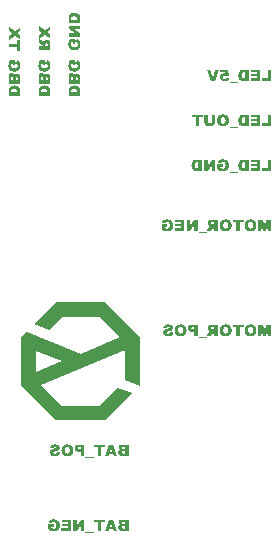
<source format=gbo>
G04*
G04 #@! TF.GenerationSoftware,Altium Limited,CircuitStudio,1.5.2 (30)*
G04*
G04 Layer_Color=13684944*
%FSLAX25Y25*%
%MOIN*%
G70*
G01*
G75*
G36*
X76660Y151365D02*
X76864Y151343D01*
X77040Y151314D01*
X77121Y151292D01*
X77187Y151277D01*
X77252Y151262D01*
X77311Y151241D01*
X77355Y151226D01*
X77391Y151211D01*
X77421Y151197D01*
X77450Y151189D01*
X77457Y151182D01*
X77465D01*
X77640Y151087D01*
X77794Y150977D01*
X77919Y150860D01*
X78028Y150750D01*
X78109Y150648D01*
X78167Y150560D01*
X78189Y150531D01*
X78204Y150508D01*
X78219Y150494D01*
Y150487D01*
X78307Y150311D01*
X78365Y150121D01*
X78409Y149945D01*
X78446Y149769D01*
X78453Y149696D01*
X78460Y149623D01*
X78468Y149564D01*
Y149506D01*
X78475Y149462D01*
Y149433D01*
Y149410D01*
Y149403D01*
X78468Y149191D01*
X78438Y148986D01*
X78402Y148810D01*
X78358Y148657D01*
X78336Y148583D01*
X78314Y148525D01*
X78292Y148474D01*
X78277Y148430D01*
X78263Y148393D01*
X78248Y148371D01*
X78241Y148356D01*
Y148349D01*
X78145Y148188D01*
X78036Y148049D01*
X77926Y147932D01*
X77823Y147837D01*
X77728Y147756D01*
X77655Y147705D01*
X77626Y147683D01*
X77604Y147676D01*
X77589Y147661D01*
X77582D01*
X77413Y147588D01*
X77223Y147529D01*
X77040Y147493D01*
X76864Y147463D01*
X76784Y147456D01*
X76711Y147449D01*
X76645Y147441D01*
X76586D01*
X76542Y147434D01*
X76477D01*
X76279Y147441D01*
X76096Y147456D01*
X75935Y147471D01*
X75796Y147500D01*
X75679Y147522D01*
X75635Y147529D01*
X75598Y147537D01*
X75569Y147544D01*
X75540Y147551D01*
X75532Y147559D01*
X75525D01*
X75371Y147617D01*
X75210Y147690D01*
X75056Y147771D01*
X74910Y147851D01*
X74786Y147925D01*
X74727Y147954D01*
X74683Y147983D01*
X74647Y148005D01*
X74617Y148027D01*
X74603Y148034D01*
X74595Y148042D01*
Y149674D01*
X76418D01*
Y148883D01*
X75627D01*
Y148518D01*
X75715Y148466D01*
X75788Y148430D01*
X75862Y148393D01*
X75920Y148364D01*
X75971Y148349D01*
X76015Y148335D01*
X76037Y148320D01*
X76045D01*
X76176Y148291D01*
X76242Y148283D01*
X76293Y148276D01*
X76345Y148269D01*
X76418D01*
X76564Y148283D01*
X76696Y148312D01*
X76806Y148349D01*
X76901Y148400D01*
X76974Y148452D01*
X77026Y148488D01*
X77055Y148518D01*
X77069Y148532D01*
X77106Y148583D01*
X77143Y148649D01*
X77201Y148781D01*
X77238Y148927D01*
X77267Y149074D01*
X77282Y149206D01*
X77289Y149257D01*
Y149308D01*
X77296Y149352D01*
Y149381D01*
Y149403D01*
Y149410D01*
Y149520D01*
X77289Y149616D01*
X77260Y149791D01*
X77223Y149938D01*
X77179Y150062D01*
X77143Y150150D01*
X77106Y150216D01*
X77077Y150252D01*
X77069Y150267D01*
X76974Y150355D01*
X76879Y150421D01*
X76777Y150472D01*
X76674Y150501D01*
X76586Y150523D01*
X76520Y150531D01*
X76491Y150538D01*
X76455D01*
X76359Y150531D01*
X76279Y150523D01*
X76198Y150501D01*
X76140Y150479D01*
X76089Y150457D01*
X76052Y150443D01*
X76030Y150428D01*
X76023Y150421D01*
X75964Y150377D01*
X75913Y150318D01*
X75869Y150267D01*
X75840Y150216D01*
X75810Y150164D01*
X75796Y150128D01*
X75781Y150099D01*
Y150091D01*
X74647Y150289D01*
X74690Y150421D01*
X74742Y150545D01*
X74793Y150648D01*
X74844Y150735D01*
X74888Y150801D01*
X74925Y150853D01*
X74954Y150889D01*
X74961Y150897D01*
X75042Y150984D01*
X75130Y151058D01*
X75217Y151116D01*
X75298Y151167D01*
X75371Y151204D01*
X75430Y151233D01*
X75466Y151248D01*
X75474Y151255D01*
X75481D01*
X75547Y151277D01*
X75613Y151292D01*
X75759Y151321D01*
X75920Y151343D01*
X76074Y151358D01*
X76206Y151365D01*
X76272Y151372D01*
X76425D01*
X76660Y151365D01*
D02*
G37*
G36*
X92500Y147500D02*
X89491D01*
Y148437D01*
X91321D01*
Y151306D01*
X92500D01*
Y147500D01*
D02*
G37*
G36*
X73893D02*
X72787D01*
Y149593D01*
X71360Y147500D01*
X70254D01*
Y151306D01*
X71360D01*
Y149191D01*
X72802Y151306D01*
X73893D01*
Y147500D01*
D02*
G37*
G36*
X76682Y166365D02*
X76842Y166350D01*
X76989Y166321D01*
X77128Y166292D01*
X77260Y166255D01*
X77377Y166211D01*
X77487Y166160D01*
X77589Y166116D01*
X77670Y166065D01*
X77750Y166014D01*
X77816Y165970D01*
X77867Y165933D01*
X77911Y165904D01*
X77940Y165875D01*
X77955Y165860D01*
X77962Y165853D01*
X78050Y165750D01*
X78131Y165640D01*
X78197Y165523D01*
X78255Y165406D01*
X78307Y165282D01*
X78350Y165164D01*
X78387Y165047D01*
X78409Y164930D01*
X78431Y164820D01*
X78446Y164718D01*
X78460Y164630D01*
X78468Y164550D01*
X78475Y164484D01*
Y164440D01*
Y164403D01*
Y164396D01*
X78460Y164154D01*
X78431Y163942D01*
X78394Y163752D01*
X78372Y163664D01*
X78343Y163591D01*
X78321Y163517D01*
X78299Y163459D01*
X78277Y163408D01*
X78255Y163364D01*
X78241Y163327D01*
X78226Y163305D01*
X78219Y163291D01*
Y163283D01*
X78116Y163129D01*
X77999Y162998D01*
X77882Y162888D01*
X77772Y162800D01*
X77677Y162727D01*
X77604Y162676D01*
X77574Y162661D01*
X77553Y162646D01*
X77538Y162639D01*
X77531D01*
X77362Y162573D01*
X77187Y162522D01*
X77004Y162485D01*
X76835Y162463D01*
X76762Y162449D01*
X76689D01*
X76623Y162441D01*
X76572Y162434D01*
X76462D01*
X76235Y162441D01*
X76030Y162471D01*
X75854Y162507D01*
X75774Y162529D01*
X75701Y162551D01*
X75635Y162573D01*
X75576Y162595D01*
X75525Y162617D01*
X75481Y162632D01*
X75452Y162646D01*
X75430Y162661D01*
X75415Y162668D01*
X75408D01*
X75254Y162764D01*
X75130Y162873D01*
X75012Y162983D01*
X74925Y163086D01*
X74852Y163181D01*
X74800Y163254D01*
X74778Y163283D01*
X74764Y163305D01*
X74756Y163320D01*
Y163327D01*
X74683Y163496D01*
X74625Y163679D01*
X74588Y163862D01*
X74559Y164037D01*
X74551Y164118D01*
X74544Y164191D01*
X74537Y164257D01*
X74529Y164315D01*
Y164359D01*
Y164396D01*
Y164418D01*
Y164425D01*
X74537Y164594D01*
X74551Y164755D01*
X74581Y164901D01*
X74610Y165040D01*
X74647Y165164D01*
X74690Y165282D01*
X74742Y165391D01*
X74786Y165487D01*
X74837Y165574D01*
X74888Y165648D01*
X74932Y165714D01*
X74969Y165765D01*
X74998Y165809D01*
X75027Y165838D01*
X75042Y165853D01*
X75049Y165860D01*
X75152Y165948D01*
X75261Y166028D01*
X75371Y166094D01*
X75496Y166160D01*
X75613Y166204D01*
X75737Y166248D01*
X75854Y166284D01*
X75971Y166306D01*
X76081Y166328D01*
X76184Y166343D01*
X76279Y166358D01*
X76359Y166365D01*
X76425Y166372D01*
X76513D01*
X76682Y166365D01*
D02*
G37*
G36*
X81403Y161834D02*
X78687D01*
Y162097D01*
X81403D01*
Y161834D01*
D02*
G37*
G36*
X88957Y147500D02*
X85751D01*
Y148364D01*
X87779D01*
Y149110D01*
X85949D01*
Y149886D01*
X87779D01*
Y150494D01*
X85809D01*
Y151306D01*
X88957D01*
Y147500D01*
D02*
G37*
G36*
X78402Y179264D02*
X77501Y179132D01*
X77457Y179184D01*
X77413Y179227D01*
X77377Y179257D01*
X77340Y179286D01*
X77311Y179308D01*
X77289Y179323D01*
X77282Y179330D01*
X77274D01*
X77216Y179359D01*
X77165Y179374D01*
X77069Y179403D01*
X77033D01*
X77004Y179411D01*
X76974D01*
X76886Y179403D01*
X76813Y179389D01*
X76747Y179359D01*
X76689Y179330D01*
X76645Y179301D01*
X76616Y179271D01*
X76594Y179257D01*
X76586Y179250D01*
X76535Y179184D01*
X76499Y179103D01*
X76477Y179023D01*
X76455Y178935D01*
X76447Y178861D01*
X76440Y178803D01*
Y178759D01*
Y178752D01*
Y178744D01*
X76447Y178627D01*
X76462Y178525D01*
X76484Y178444D01*
X76513Y178371D01*
X76542Y178320D01*
X76564Y178276D01*
X76579Y178254D01*
X76586Y178247D01*
X76645Y178188D01*
X76703Y178152D01*
X76769Y178122D01*
X76821Y178100D01*
X76872Y178086D01*
X76916Y178078D01*
X76952D01*
X77026Y178086D01*
X77091Y178100D01*
X77150Y178122D01*
X77201Y178144D01*
X77238Y178166D01*
X77267Y178188D01*
X77289Y178203D01*
X77296Y178210D01*
X77340Y178269D01*
X77384Y178327D01*
X77413Y178393D01*
X77435Y178459D01*
X77450Y178517D01*
X77465Y178561D01*
X77472Y178591D01*
Y178605D01*
X78541Y178481D01*
X78512Y178386D01*
X78482Y178298D01*
X78446Y178225D01*
X78416Y178159D01*
X78394Y178108D01*
X78372Y178071D01*
X78358Y178042D01*
X78350Y178034D01*
X78255Y177910D01*
X78204Y177859D01*
X78153Y177807D01*
X78116Y177771D01*
X78080Y177742D01*
X78058Y177720D01*
X78050Y177712D01*
X77977Y177661D01*
X77897Y177617D01*
X77823Y177588D01*
X77750Y177551D01*
X77684Y177529D01*
X77633Y177515D01*
X77604Y177500D01*
X77589D01*
X77487Y177478D01*
X77377Y177463D01*
X77267Y177449D01*
X77165Y177441D01*
X77077D01*
X77011Y177434D01*
X76945D01*
X76755Y177441D01*
X76586Y177463D01*
X76440Y177493D01*
X76315Y177522D01*
X76213Y177551D01*
X76140Y177580D01*
X76118Y177595D01*
X76096Y177603D01*
X76089Y177610D01*
X76081D01*
X75964Y177683D01*
X75854Y177771D01*
X75766Y177851D01*
X75693Y177939D01*
X75635Y178012D01*
X75598Y178071D01*
X75569Y178115D01*
X75561Y178129D01*
X75503Y178261D01*
X75459Y178386D01*
X75422Y178503D01*
X75401Y178613D01*
X75386Y178708D01*
X75379Y178774D01*
Y178803D01*
Y178825D01*
Y178832D01*
Y178840D01*
X75386Y178935D01*
X75393Y179030D01*
X75437Y179198D01*
X75488Y179345D01*
X75554Y179476D01*
X75620Y179572D01*
X75679Y179652D01*
X75701Y179674D01*
X75723Y179696D01*
X75730Y179703D01*
X75737Y179711D01*
X75803Y179769D01*
X75876Y179828D01*
X76030Y179916D01*
X76184Y179974D01*
X76330Y180018D01*
X76462Y180047D01*
X76520Y180055D01*
X76564D01*
X76608Y180062D01*
X76660D01*
X76784Y180055D01*
X76842Y180047D01*
X76894Y180040D01*
X76938Y180033D01*
X76974Y180025D01*
X76996Y180018D01*
X77004D01*
X77128Y179982D01*
X77187Y179959D01*
X77245Y179938D01*
X77289Y179923D01*
X77326Y179908D01*
X77348Y179901D01*
X77355Y179894D01*
X77260Y180465D01*
X75561D01*
Y181306D01*
X78065D01*
X78402Y179264D01*
D02*
G37*
G36*
X73731Y177500D02*
X72451D01*
X71038Y181306D01*
X72231D01*
X73080Y178561D01*
X73944Y181306D01*
X75166D01*
X73731Y177500D01*
D02*
G37*
G36*
X81403Y146834D02*
X78687D01*
Y147097D01*
X81403D01*
Y146834D01*
D02*
G37*
G36*
X85107Y147500D02*
X83365D01*
X83240Y147507D01*
X83123Y147515D01*
X83006Y147529D01*
X82896Y147551D01*
X82801Y147573D01*
X82728Y147588D01*
X82699Y147595D01*
X82677D01*
X82669Y147602D01*
X82662D01*
X82559Y147639D01*
X82457Y147683D01*
X82369Y147727D01*
X82289Y147778D01*
X82223Y147829D01*
X82171Y147866D01*
X82142Y147895D01*
X82128Y147903D01*
X82040Y147990D01*
X81959Y148086D01*
X81893Y148181D01*
X81842Y148269D01*
X81798Y148349D01*
X81762Y148408D01*
X81747Y148452D01*
X81740Y148466D01*
X81696Y148605D01*
X81659Y148759D01*
X81637Y148913D01*
X81615Y149066D01*
X81608Y149198D01*
Y149257D01*
X81600Y149308D01*
Y149352D01*
Y149381D01*
Y149403D01*
Y149410D01*
X81608Y149557D01*
X81615Y149689D01*
X81630Y149813D01*
X81644Y149923D01*
X81666Y150018D01*
X81681Y150091D01*
X81688Y150135D01*
X81696Y150143D01*
Y150150D01*
X81740Y150274D01*
X81783Y150391D01*
X81835Y150494D01*
X81886Y150589D01*
X81930Y150655D01*
X81967Y150714D01*
X81996Y150743D01*
X82003Y150757D01*
X82084Y150853D01*
X82171Y150933D01*
X82259Y150999D01*
X82340Y151058D01*
X82420Y151101D01*
X82479Y151138D01*
X82516Y151153D01*
X82523Y151160D01*
X82530D01*
X82655Y151211D01*
X82794Y151248D01*
X82933Y151270D01*
X83065Y151292D01*
X83182Y151299D01*
X83233D01*
X83277Y151306D01*
X85107D01*
Y147500D01*
D02*
G37*
G36*
X69457D02*
X67715D01*
X67590Y147507D01*
X67473Y147515D01*
X67356Y147529D01*
X67246Y147551D01*
X67151Y147573D01*
X67078Y147588D01*
X67048Y147595D01*
X67026D01*
X67019Y147602D01*
X67012D01*
X66909Y147639D01*
X66807Y147683D01*
X66719Y147727D01*
X66638Y147778D01*
X66573Y147829D01*
X66521Y147866D01*
X66492Y147895D01*
X66477Y147903D01*
X66390Y147990D01*
X66309Y148086D01*
X66243Y148181D01*
X66192Y148269D01*
X66148Y148349D01*
X66111Y148408D01*
X66097Y148452D01*
X66089Y148466D01*
X66045Y148605D01*
X66009Y148759D01*
X65987Y148913D01*
X65965Y149066D01*
X65958Y149198D01*
Y149257D01*
X65950Y149308D01*
Y149352D01*
Y149381D01*
Y149403D01*
Y149410D01*
X65958Y149557D01*
X65965Y149689D01*
X65980Y149813D01*
X65994Y149923D01*
X66016Y150018D01*
X66031Y150091D01*
X66038Y150135D01*
X66045Y150143D01*
Y150150D01*
X66089Y150274D01*
X66133Y150391D01*
X66185Y150494D01*
X66236Y150589D01*
X66280Y150655D01*
X66316Y150714D01*
X66346Y150743D01*
X66353Y150757D01*
X66434Y150853D01*
X66521Y150933D01*
X66609Y150999D01*
X66690Y151058D01*
X66770Y151101D01*
X66829Y151138D01*
X66865Y151153D01*
X66873Y151160D01*
X66880D01*
X67004Y151211D01*
X67143Y151248D01*
X67283Y151270D01*
X67414Y151292D01*
X67532Y151299D01*
X67583D01*
X67627Y151306D01*
X69457D01*
Y147500D01*
D02*
G37*
G36*
X85824Y131365D02*
X85985Y131350D01*
X86132Y131321D01*
X86271Y131292D01*
X86402Y131255D01*
X86520Y131211D01*
X86629Y131160D01*
X86732Y131116D01*
X86812Y131065D01*
X86893Y131014D01*
X86959Y130970D01*
X87010Y130933D01*
X87054Y130904D01*
X87083Y130875D01*
X87098Y130860D01*
X87105Y130853D01*
X87193Y130750D01*
X87274Y130640D01*
X87339Y130523D01*
X87398Y130406D01*
X87449Y130282D01*
X87493Y130165D01*
X87530Y130047D01*
X87552Y129930D01*
X87574Y129820D01*
X87588Y129718D01*
X87603Y129630D01*
X87610Y129550D01*
X87618Y129484D01*
Y129440D01*
Y129403D01*
Y129396D01*
X87603Y129154D01*
X87574Y128942D01*
X87537Y128752D01*
X87515Y128664D01*
X87486Y128591D01*
X87464Y128517D01*
X87442Y128459D01*
X87420Y128408D01*
X87398Y128364D01*
X87383Y128327D01*
X87369Y128305D01*
X87361Y128291D01*
Y128283D01*
X87259Y128129D01*
X87142Y127998D01*
X87025Y127888D01*
X86915Y127800D01*
X86820Y127727D01*
X86747Y127676D01*
X86717Y127661D01*
X86695Y127646D01*
X86681Y127639D01*
X86673D01*
X86505Y127573D01*
X86329Y127522D01*
X86146Y127485D01*
X85978Y127463D01*
X85905Y127449D01*
X85831D01*
X85766Y127441D01*
X85714Y127434D01*
X85605D01*
X85378Y127441D01*
X85173Y127471D01*
X84997Y127507D01*
X84917Y127529D01*
X84843Y127551D01*
X84777Y127573D01*
X84719Y127595D01*
X84668Y127617D01*
X84624Y127632D01*
X84594Y127646D01*
X84572Y127661D01*
X84558Y127668D01*
X84550D01*
X84397Y127763D01*
X84272Y127873D01*
X84155Y127983D01*
X84067Y128086D01*
X83994Y128181D01*
X83943Y128254D01*
X83921Y128283D01*
X83906Y128305D01*
X83899Y128320D01*
Y128327D01*
X83826Y128496D01*
X83767Y128679D01*
X83731Y128861D01*
X83701Y129037D01*
X83694Y129118D01*
X83687Y129191D01*
X83679Y129257D01*
X83672Y129315D01*
Y129359D01*
Y129396D01*
Y129418D01*
Y129425D01*
X83679Y129594D01*
X83694Y129755D01*
X83723Y129901D01*
X83753Y130040D01*
X83789Y130165D01*
X83833Y130282D01*
X83884Y130391D01*
X83928Y130487D01*
X83979Y130574D01*
X84031Y130648D01*
X84075Y130713D01*
X84111Y130765D01*
X84141Y130809D01*
X84170Y130838D01*
X84184Y130853D01*
X84192Y130860D01*
X84294Y130948D01*
X84404Y131028D01*
X84514Y131094D01*
X84638Y131160D01*
X84755Y131204D01*
X84880Y131248D01*
X84997Y131284D01*
X85114Y131306D01*
X85224Y131328D01*
X85326Y131343D01*
X85422Y131358D01*
X85502Y131365D01*
X85568Y131372D01*
X85656D01*
X85824Y131365D01*
D02*
G37*
G36*
X77560D02*
X77721Y131350D01*
X77867Y131321D01*
X78006Y131292D01*
X78138Y131255D01*
X78255Y131211D01*
X78365Y131160D01*
X78468Y131116D01*
X78548Y131065D01*
X78629Y131014D01*
X78694Y130970D01*
X78746Y130933D01*
X78790Y130904D01*
X78819Y130875D01*
X78834Y130860D01*
X78841Y130853D01*
X78929Y130750D01*
X79009Y130640D01*
X79075Y130523D01*
X79134Y130406D01*
X79185Y130282D01*
X79229Y130165D01*
X79265Y130047D01*
X79287Y129930D01*
X79309Y129820D01*
X79324Y129718D01*
X79339Y129630D01*
X79346Y129550D01*
X79353Y129484D01*
Y129440D01*
Y129403D01*
Y129396D01*
X79339Y129154D01*
X79309Y128942D01*
X79273Y128752D01*
X79251Y128664D01*
X79221Y128591D01*
X79200Y128517D01*
X79178Y128459D01*
X79156Y128408D01*
X79134Y128364D01*
X79119Y128327D01*
X79104Y128305D01*
X79097Y128291D01*
Y128283D01*
X78995Y128129D01*
X78878Y127998D01*
X78760Y127888D01*
X78651Y127800D01*
X78555Y127727D01*
X78482Y127676D01*
X78453Y127661D01*
X78431Y127646D01*
X78416Y127639D01*
X78409D01*
X78241Y127573D01*
X78065Y127522D01*
X77882Y127485D01*
X77714Y127463D01*
X77640Y127449D01*
X77567D01*
X77501Y127441D01*
X77450Y127434D01*
X77340D01*
X77113Y127441D01*
X76908Y127471D01*
X76733Y127507D01*
X76652Y127529D01*
X76579Y127551D01*
X76513Y127573D01*
X76455Y127595D01*
X76403Y127617D01*
X76359Y127632D01*
X76330Y127646D01*
X76308Y127661D01*
X76293Y127668D01*
X76286D01*
X76133Y127763D01*
X76008Y127873D01*
X75891Y127983D01*
X75803Y128086D01*
X75730Y128181D01*
X75679Y128254D01*
X75657Y128283D01*
X75642Y128305D01*
X75635Y128320D01*
Y128327D01*
X75561Y128496D01*
X75503Y128679D01*
X75466Y128861D01*
X75437Y129037D01*
X75430Y129118D01*
X75422Y129191D01*
X75415Y129257D01*
X75408Y129315D01*
Y129359D01*
Y129396D01*
Y129418D01*
Y129425D01*
X75415Y129594D01*
X75430Y129755D01*
X75459Y129901D01*
X75488Y130040D01*
X75525Y130165D01*
X75569Y130282D01*
X75620Y130391D01*
X75664Y130487D01*
X75715Y130574D01*
X75766Y130648D01*
X75810Y130713D01*
X75847Y130765D01*
X75876Y130809D01*
X75906Y130838D01*
X75920Y130853D01*
X75928Y130860D01*
X76030Y130948D01*
X76140Y131028D01*
X76250Y131094D01*
X76374Y131160D01*
X76491Y131204D01*
X76616Y131248D01*
X76733Y131284D01*
X76850Y131306D01*
X76960Y131328D01*
X77062Y131343D01*
X77157Y131358D01*
X77238Y131365D01*
X77304Y131372D01*
X77391D01*
X77560Y131365D01*
D02*
G37*
G36*
X63557Y127500D02*
X60351D01*
Y128364D01*
X62378D01*
Y129110D01*
X60548D01*
Y129886D01*
X62378D01*
Y130494D01*
X60409D01*
Y131306D01*
X63557D01*
Y127500D01*
D02*
G37*
G36*
X83313Y130369D02*
X82113D01*
Y127500D01*
X80934D01*
Y130369D01*
X79734D01*
Y131306D01*
X83313D01*
Y130369D01*
D02*
G37*
G36*
X74764Y127500D02*
X73585D01*
Y129044D01*
X73483D01*
X73424Y129037D01*
X73373Y129030D01*
X73322Y129015D01*
X73278Y129001D01*
X73248Y128979D01*
X73219Y128964D01*
X73204Y128957D01*
X73197Y128949D01*
X73161Y128920D01*
X73124Y128876D01*
X73058Y128781D01*
X73029Y128730D01*
X73007Y128693D01*
X72992Y128664D01*
X72985Y128657D01*
X72348Y127500D01*
X71016D01*
X71594Y128598D01*
X71616Y128635D01*
X71638Y128671D01*
X71697Y128744D01*
X71719Y128781D01*
X71741Y128810D01*
X71755Y128825D01*
X71762Y128832D01*
X71806Y128884D01*
X71843Y128927D01*
X71872Y128964D01*
X71894Y128993D01*
X71931Y129030D01*
X71945Y129037D01*
X71989Y129059D01*
X72033Y129088D01*
X72136Y129132D01*
X72180Y129147D01*
X72216Y129162D01*
X72246Y129176D01*
X72253D01*
X72158Y129198D01*
X72077Y129227D01*
X72004Y129250D01*
X71945Y129271D01*
X71902Y129293D01*
X71865Y129308D01*
X71843Y129323D01*
X71836D01*
X71755Y129381D01*
X71675Y129440D01*
X71616Y129506D01*
X71557Y129564D01*
X71521Y129615D01*
X71484Y129659D01*
X71470Y129689D01*
X71462Y129696D01*
X71418Y129784D01*
X71382Y129879D01*
X71360Y129974D01*
X71338Y130062D01*
X71331Y130135D01*
X71323Y130194D01*
Y130230D01*
Y130245D01*
X71331Y130377D01*
X71352Y130494D01*
X71382Y130604D01*
X71411Y130692D01*
X71448Y130765D01*
X71477Y130816D01*
X71499Y130845D01*
X71506Y130860D01*
X71579Y130948D01*
X71653Y131021D01*
X71733Y131087D01*
X71806Y131131D01*
X71872Y131167D01*
X71924Y131189D01*
X71960Y131204D01*
X71975Y131211D01*
X72092Y131240D01*
X72224Y131270D01*
X72363Y131284D01*
X72494Y131292D01*
X72612Y131299D01*
X72670Y131306D01*
X74764D01*
Y127500D01*
D02*
G37*
G36*
X71060Y126834D02*
X68344D01*
Y127097D01*
X71060D01*
Y126834D01*
D02*
G37*
G36*
X85107Y162500D02*
X83365D01*
X83240Y162507D01*
X83123Y162515D01*
X83006Y162529D01*
X82896Y162551D01*
X82801Y162573D01*
X82728Y162588D01*
X82699Y162595D01*
X82677D01*
X82669Y162602D01*
X82662D01*
X82559Y162639D01*
X82457Y162683D01*
X82369Y162727D01*
X82289Y162778D01*
X82223Y162829D01*
X82171Y162866D01*
X82142Y162895D01*
X82128Y162903D01*
X82040Y162990D01*
X81959Y163086D01*
X81893Y163181D01*
X81842Y163269D01*
X81798Y163349D01*
X81762Y163408D01*
X81747Y163452D01*
X81740Y163466D01*
X81696Y163605D01*
X81659Y163759D01*
X81637Y163913D01*
X81615Y164067D01*
X81608Y164198D01*
Y164257D01*
X81600Y164308D01*
Y164352D01*
Y164381D01*
Y164403D01*
Y164410D01*
X81608Y164557D01*
X81615Y164689D01*
X81630Y164813D01*
X81644Y164923D01*
X81666Y165018D01*
X81681Y165091D01*
X81688Y165135D01*
X81696Y165143D01*
Y165150D01*
X81740Y165274D01*
X81783Y165391D01*
X81835Y165494D01*
X81886Y165589D01*
X81930Y165655D01*
X81967Y165714D01*
X81996Y165743D01*
X82003Y165757D01*
X82084Y165853D01*
X82171Y165933D01*
X82259Y165999D01*
X82340Y166058D01*
X82420Y166101D01*
X82479Y166138D01*
X82516Y166153D01*
X82523Y166160D01*
X82530D01*
X82655Y166211D01*
X82794Y166248D01*
X82933Y166270D01*
X83065Y166292D01*
X83182Y166299D01*
X83233D01*
X83277Y166306D01*
X85107D01*
Y162500D01*
D02*
G37*
G36*
X69742Y165369D02*
X68542D01*
Y162500D01*
X67363D01*
Y165369D01*
X66163D01*
Y166306D01*
X69742D01*
Y165369D01*
D02*
G37*
G36*
X88957Y162500D02*
X85751D01*
Y163364D01*
X87779D01*
Y164110D01*
X85949D01*
Y164886D01*
X87779D01*
Y165494D01*
X85809D01*
Y166306D01*
X88957D01*
Y162500D01*
D02*
G37*
G36*
X73893Y164037D02*
X73885Y163927D01*
X73878Y163818D01*
X73863Y163708D01*
X73841Y163605D01*
X73819Y163525D01*
X73805Y163452D01*
X73797Y163408D01*
X73790Y163400D01*
Y163393D01*
X73761Y163312D01*
X73717Y163232D01*
X73673Y163152D01*
X73636Y163086D01*
X73592Y163034D01*
X73563Y162990D01*
X73541Y162961D01*
X73534Y162954D01*
X73461Y162881D01*
X73395Y162815D01*
X73329Y162756D01*
X73263Y162712D01*
X73212Y162676D01*
X73168Y162646D01*
X73139Y162632D01*
X73131Y162624D01*
X73043Y162588D01*
X72956Y162551D01*
X72860Y162522D01*
X72773Y162507D01*
X72699Y162485D01*
X72633Y162478D01*
X72597Y162471D01*
X72582D01*
X72465Y162456D01*
X72348Y162449D01*
X72246Y162441D01*
X72158D01*
X72084Y162434D01*
X71982D01*
X71806Y162441D01*
X71645Y162456D01*
X71506Y162471D01*
X71389Y162500D01*
X71287Y162522D01*
X71213Y162537D01*
X71192Y162544D01*
X71170Y162551D01*
X71162Y162559D01*
X71155D01*
X71067Y162595D01*
X70979Y162646D01*
X70899Y162698D01*
X70833Y162749D01*
X70774Y162800D01*
X70723Y162837D01*
X70694Y162866D01*
X70686Y162873D01*
X70606Y162961D01*
X70540Y163049D01*
X70481Y163137D01*
X70438Y163225D01*
X70401Y163291D01*
X70379Y163349D01*
X70364Y163386D01*
X70357Y163400D01*
X70320Y163517D01*
X70291Y163627D01*
X70276Y163737D01*
X70262Y163832D01*
X70254Y163913D01*
X70247Y163979D01*
Y164023D01*
Y164037D01*
Y166306D01*
X71418D01*
Y163979D01*
X71426Y163869D01*
X71448Y163766D01*
X71477Y163686D01*
X71506Y163613D01*
X71535Y163561D01*
X71565Y163517D01*
X71587Y163496D01*
X71594Y163488D01*
X71667Y163430D01*
X71741Y163393D01*
X71821Y163364D01*
X71894Y163342D01*
X71967Y163327D01*
X72019Y163320D01*
X72070D01*
X72180Y163327D01*
X72275Y163349D01*
X72355Y163371D01*
X72429Y163408D01*
X72480Y163437D01*
X72524Y163459D01*
X72546Y163481D01*
X72553Y163488D01*
X72612Y163561D01*
X72648Y163642D01*
X72677Y163722D01*
X72699Y163803D01*
X72714Y163869D01*
X72721Y163927D01*
Y163964D01*
Y163979D01*
Y166306D01*
X73893D01*
Y164037D01*
D02*
G37*
G36*
X92500Y162500D02*
X89491D01*
Y163437D01*
X91321D01*
Y166306D01*
X92500D01*
Y162500D01*
D02*
G37*
G36*
X17057Y175999D02*
X17189Y175992D01*
X17313Y175977D01*
X17423Y175962D01*
X17518Y175940D01*
X17591Y175926D01*
X17635Y175918D01*
X17642Y175911D01*
X17650D01*
X17774Y175867D01*
X17891Y175823D01*
X17994Y175772D01*
X18089Y175721D01*
X18155Y175677D01*
X18214Y175640D01*
X18243Y175611D01*
X18257Y175604D01*
X18353Y175523D01*
X18433Y175435D01*
X18499Y175347D01*
X18557Y175267D01*
X18601Y175186D01*
X18638Y175128D01*
X18653Y175091D01*
X18660Y175084D01*
Y175077D01*
X18711Y174952D01*
X18748Y174813D01*
X18770Y174674D01*
X18792Y174542D01*
X18799Y174425D01*
Y174374D01*
X18806Y174330D01*
Y174293D01*
Y174264D01*
Y174249D01*
Y174242D01*
Y172500D01*
X15000D01*
Y174242D01*
X15007Y174367D01*
X15015Y174484D01*
X15029Y174601D01*
X15051Y174711D01*
X15073Y174806D01*
X15088Y174879D01*
X15095Y174908D01*
Y174930D01*
X15102Y174938D01*
Y174945D01*
X15139Y175047D01*
X15183Y175150D01*
X15227Y175238D01*
X15278Y175318D01*
X15329Y175384D01*
X15366Y175435D01*
X15395Y175465D01*
X15403Y175479D01*
X15490Y175567D01*
X15586Y175648D01*
X15681Y175714D01*
X15769Y175765D01*
X15849Y175809D01*
X15908Y175845D01*
X15952Y175860D01*
X15966Y175867D01*
X16105Y175911D01*
X16259Y175948D01*
X16413Y175970D01*
X16567Y175992D01*
X16698Y175999D01*
X16757D01*
X16808Y176006D01*
X16910D01*
X17057Y175999D01*
D02*
G37*
G36*
X27057Y200214D02*
X27189Y200206D01*
X27313Y200192D01*
X27423Y200177D01*
X27518Y200155D01*
X27591Y200140D01*
X27635Y200133D01*
X27643Y200126D01*
X27650D01*
X27774Y200082D01*
X27891Y200038D01*
X27994Y199987D01*
X28089Y199935D01*
X28155Y199891D01*
X28214Y199855D01*
X28243Y199826D01*
X28257Y199818D01*
X28353Y199738D01*
X28433Y199650D01*
X28499Y199562D01*
X28558Y199481D01*
X28601Y199401D01*
X28638Y199342D01*
X28653Y199306D01*
X28660Y199299D01*
Y199291D01*
X28711Y199167D01*
X28748Y199028D01*
X28770Y198889D01*
X28792Y198757D01*
X28799Y198640D01*
Y198589D01*
X28806Y198545D01*
Y198508D01*
Y198479D01*
Y198464D01*
Y198457D01*
Y196715D01*
X25000D01*
Y198457D01*
X25007Y198581D01*
X25015Y198698D01*
X25029Y198815D01*
X25051Y198925D01*
X25073Y199020D01*
X25088Y199094D01*
X25095Y199123D01*
Y199145D01*
X25102Y199152D01*
Y199159D01*
X25139Y199262D01*
X25183Y199364D01*
X25227Y199452D01*
X25278Y199533D01*
X25329Y199599D01*
X25366Y199650D01*
X25395Y199679D01*
X25403Y199694D01*
X25490Y199782D01*
X25586Y199862D01*
X25681Y199928D01*
X25769Y199979D01*
X25849Y200023D01*
X25908Y200060D01*
X25952Y200074D01*
X25966Y200082D01*
X26105Y200126D01*
X26259Y200162D01*
X26413Y200184D01*
X26566Y200206D01*
X26698Y200214D01*
X26757D01*
X26808Y200221D01*
X26910D01*
X27057Y200214D01*
D02*
G37*
G36*
X16208Y180135D02*
X16325Y180113D01*
X16427Y180076D01*
X16515Y180047D01*
X16588Y180010D01*
X16640Y179974D01*
X16676Y179952D01*
X16684Y179944D01*
X16764Y179864D01*
X16837Y179769D01*
X16896Y179674D01*
X16940Y179571D01*
X16976Y179483D01*
X16998Y179410D01*
X17013Y179381D01*
Y179359D01*
X17020Y179351D01*
Y179344D01*
X17057Y179439D01*
X17101Y179520D01*
X17145Y179593D01*
X17181Y179652D01*
X17218Y179696D01*
X17247Y179725D01*
X17269Y179747D01*
X17277Y179754D01*
X17372Y179827D01*
X17467Y179879D01*
X17569Y179915D01*
X17657Y179937D01*
X17738Y179959D01*
X17796Y179966D01*
X17855D01*
X18001Y179952D01*
X18133Y179922D01*
X18243Y179871D01*
X18345Y179820D01*
X18418Y179761D01*
X18477Y179710D01*
X18514Y179681D01*
X18528Y179666D01*
X18623Y179549D01*
X18689Y179410D01*
X18741Y179271D01*
X18770Y179139D01*
X18792Y179015D01*
X18799Y178964D01*
Y178912D01*
X18806Y178876D01*
Y178846D01*
Y178832D01*
Y178824D01*
Y176628D01*
X15000D01*
Y178656D01*
Y178715D01*
X15007Y178788D01*
X15015Y178876D01*
X15029Y178964D01*
X15037Y179044D01*
X15044Y179110D01*
X15051Y179161D01*
Y179168D01*
Y179176D01*
X15066Y179278D01*
X15088Y179374D01*
X15110Y179447D01*
X15124Y179513D01*
X15146Y179564D01*
X15161Y179593D01*
X15176Y179615D01*
Y179622D01*
X15227Y179710D01*
X15285Y179783D01*
X15351Y179849D01*
X15410Y179901D01*
X15461Y179944D01*
X15505Y179981D01*
X15534Y179996D01*
X15542Y180003D01*
X15637Y180047D01*
X15725Y180084D01*
X15820Y180105D01*
X15900Y180127D01*
X15974Y180135D01*
X16025Y180142D01*
X16076D01*
X16208Y180135D01*
D02*
G37*
G36*
X14597Y184768D02*
X14334D01*
Y187484D01*
X14597D01*
Y184768D01*
D02*
G37*
G36*
X17174Y182668D02*
X16384D01*
Y183458D01*
X16017D01*
X15966Y183370D01*
X15930Y183297D01*
X15893Y183224D01*
X15864Y183165D01*
X15849Y183114D01*
X15834Y183070D01*
X15820Y183048D01*
Y183041D01*
X15791Y182909D01*
X15783Y182843D01*
X15776Y182792D01*
X15769Y182741D01*
Y182704D01*
Y182675D01*
Y182668D01*
X15783Y182521D01*
X15812Y182389D01*
X15849Y182280D01*
X15900Y182184D01*
X15952Y182111D01*
X15988Y182060D01*
X16017Y182031D01*
X16032Y182016D01*
X16083Y181979D01*
X16149Y181943D01*
X16281Y181884D01*
X16427Y181848D01*
X16574Y181818D01*
X16706Y181804D01*
X16757Y181796D01*
X16808D01*
X16852Y181789D01*
X17020D01*
X17116Y181796D01*
X17291Y181826D01*
X17438Y181862D01*
X17562Y181906D01*
X17650Y181943D01*
X17716Y181979D01*
X17752Y182009D01*
X17767Y182016D01*
X17855Y182111D01*
X17921Y182206D01*
X17972Y182309D01*
X18001Y182411D01*
X18023Y182499D01*
X18031Y182565D01*
X18038Y182594D01*
Y182616D01*
Y182624D01*
Y182631D01*
X18031Y182726D01*
X18023Y182807D01*
X18001Y182887D01*
X17979Y182946D01*
X17957Y182997D01*
X17943Y183034D01*
X17928Y183055D01*
X17921Y183063D01*
X17877Y183121D01*
X17818Y183173D01*
X17767Y183217D01*
X17716Y183246D01*
X17664Y183275D01*
X17628Y183290D01*
X17599Y183304D01*
X17591D01*
X17789Y184439D01*
X17921Y184395D01*
X18045Y184344D01*
X18148Y184292D01*
X18235Y184241D01*
X18301Y184197D01*
X18353Y184161D01*
X18389Y184132D01*
X18396Y184124D01*
X18484Y184044D01*
X18557Y183956D01*
X18616Y183868D01*
X18667Y183787D01*
X18704Y183714D01*
X18733Y183656D01*
X18748Y183619D01*
X18755Y183612D01*
Y183604D01*
X18777Y183539D01*
X18792Y183473D01*
X18821Y183326D01*
X18843Y183165D01*
X18858Y183011D01*
X18865Y182880D01*
X18872Y182814D01*
Y182763D01*
Y182719D01*
Y182689D01*
Y182668D01*
Y182660D01*
X18865Y182426D01*
X18843Y182221D01*
X18814Y182045D01*
X18792Y181965D01*
X18777Y181899D01*
X18763Y181833D01*
X18741Y181774D01*
X18726Y181730D01*
X18711Y181694D01*
X18697Y181665D01*
X18689Y181635D01*
X18682Y181628D01*
Y181621D01*
X18587Y181445D01*
X18477Y181291D01*
X18360Y181167D01*
X18250Y181057D01*
X18148Y180977D01*
X18060Y180918D01*
X18031Y180896D01*
X18009Y180881D01*
X17994Y180867D01*
X17987D01*
X17811Y180779D01*
X17621Y180720D01*
X17445Y180676D01*
X17269Y180640D01*
X17196Y180632D01*
X17123Y180625D01*
X17064Y180618D01*
X17006D01*
X16962Y180611D01*
X16903D01*
X16691Y180618D01*
X16486Y180647D01*
X16310Y180684D01*
X16157Y180728D01*
X16083Y180750D01*
X16025Y180772D01*
X15974Y180794D01*
X15930Y180808D01*
X15893Y180823D01*
X15871Y180838D01*
X15856Y180845D01*
X15849D01*
X15688Y180940D01*
X15549Y181050D01*
X15432Y181160D01*
X15337Y181262D01*
X15256Y181357D01*
X15205Y181430D01*
X15183Y181460D01*
X15176Y181482D01*
X15161Y181496D01*
Y181504D01*
X15088Y181672D01*
X15029Y181862D01*
X14993Y182045D01*
X14963Y182221D01*
X14956Y182301D01*
X14949Y182375D01*
X14941Y182441D01*
Y182499D01*
X14934Y182543D01*
Y182580D01*
Y182602D01*
Y182609D01*
X14941Y182807D01*
X14956Y182990D01*
X14971Y183151D01*
X15000Y183290D01*
X15022Y183407D01*
X15029Y183451D01*
X15037Y183487D01*
X15044Y183517D01*
X15051Y183546D01*
X15059Y183553D01*
Y183561D01*
X15117Y183714D01*
X15190Y183875D01*
X15271Y184029D01*
X15351Y184175D01*
X15425Y184300D01*
X15454Y184358D01*
X15483Y184402D01*
X15505Y184439D01*
X15527Y184468D01*
X15534Y184483D01*
X15542Y184490D01*
X17174D01*
Y182668D01*
D02*
G37*
G36*
X28806Y194811D02*
X26691D01*
X28806Y193369D01*
Y192279D01*
X25000D01*
Y193384D01*
X27093D01*
X25000Y194811D01*
Y195917D01*
X28806D01*
Y194811D01*
D02*
G37*
G36*
X26208Y180135D02*
X26325Y180113D01*
X26427Y180076D01*
X26515Y180047D01*
X26588Y180010D01*
X26640Y179974D01*
X26676Y179952D01*
X26684Y179944D01*
X26764Y179864D01*
X26837Y179769D01*
X26896Y179674D01*
X26940Y179571D01*
X26976Y179483D01*
X26998Y179410D01*
X27013Y179381D01*
Y179359D01*
X27020Y179351D01*
Y179344D01*
X27057Y179439D01*
X27101Y179520D01*
X27145Y179593D01*
X27181Y179652D01*
X27218Y179696D01*
X27247Y179725D01*
X27269Y179747D01*
X27277Y179754D01*
X27372Y179827D01*
X27467Y179879D01*
X27569Y179915D01*
X27657Y179937D01*
X27738Y179959D01*
X27796Y179966D01*
X27855D01*
X28001Y179952D01*
X28133Y179922D01*
X28243Y179871D01*
X28345Y179820D01*
X28418Y179761D01*
X28477Y179710D01*
X28514Y179681D01*
X28528Y179666D01*
X28623Y179549D01*
X28689Y179410D01*
X28741Y179271D01*
X28770Y179139D01*
X28792Y179015D01*
X28799Y178964D01*
Y178912D01*
X28806Y178876D01*
Y178846D01*
Y178832D01*
Y178824D01*
Y176628D01*
X25000D01*
Y178656D01*
Y178715D01*
X25007Y178788D01*
X25015Y178876D01*
X25029Y178964D01*
X25037Y179044D01*
X25044Y179110D01*
X25051Y179161D01*
Y179168D01*
Y179176D01*
X25066Y179278D01*
X25088Y179374D01*
X25110Y179447D01*
X25124Y179513D01*
X25146Y179564D01*
X25161Y179593D01*
X25176Y179615D01*
Y179622D01*
X25227Y179710D01*
X25286Y179783D01*
X25351Y179849D01*
X25410Y179901D01*
X25461Y179944D01*
X25505Y179981D01*
X25534Y179996D01*
X25542Y180003D01*
X25637Y180047D01*
X25725Y180084D01*
X25820Y180105D01*
X25900Y180127D01*
X25974Y180135D01*
X26025Y180142D01*
X26076D01*
X26208Y180135D01*
D02*
G37*
G36*
X27057Y175999D02*
X27189Y175992D01*
X27313Y175977D01*
X27423Y175962D01*
X27518Y175940D01*
X27591Y175926D01*
X27635Y175918D01*
X27643Y175911D01*
X27650D01*
X27774Y175867D01*
X27891Y175823D01*
X27994Y175772D01*
X28089Y175721D01*
X28155Y175677D01*
X28214Y175640D01*
X28243Y175611D01*
X28257Y175604D01*
X28353Y175523D01*
X28433Y175435D01*
X28499Y175347D01*
X28558Y175267D01*
X28601Y175186D01*
X28638Y175128D01*
X28653Y175091D01*
X28660Y175084D01*
Y175077D01*
X28711Y174952D01*
X28748Y174813D01*
X28770Y174674D01*
X28792Y174542D01*
X28799Y174425D01*
Y174374D01*
X28806Y174330D01*
Y174293D01*
Y174264D01*
Y174249D01*
Y174242D01*
Y172500D01*
X25000D01*
Y174242D01*
X25007Y174367D01*
X25015Y174484D01*
X25029Y174601D01*
X25051Y174711D01*
X25073Y174806D01*
X25088Y174879D01*
X25095Y174908D01*
Y174930D01*
X25102Y174938D01*
Y174945D01*
X25139Y175047D01*
X25183Y175150D01*
X25227Y175238D01*
X25278Y175318D01*
X25329Y175384D01*
X25366Y175435D01*
X25395Y175465D01*
X25403Y175479D01*
X25490Y175567D01*
X25586Y175648D01*
X25681Y175714D01*
X25769Y175765D01*
X25849Y175809D01*
X25908Y175845D01*
X25952Y175860D01*
X25966Y175867D01*
X26105Y175911D01*
X26259Y175948D01*
X26413Y175970D01*
X26566Y175992D01*
X26698Y175999D01*
X26757D01*
X26808Y176006D01*
X26910D01*
X27057Y175999D01*
D02*
G37*
G36*
X27174Y182668D02*
X26384D01*
Y183458D01*
X26017D01*
X25966Y183370D01*
X25930Y183297D01*
X25893Y183224D01*
X25864Y183165D01*
X25849Y183114D01*
X25835Y183070D01*
X25820Y183048D01*
Y183041D01*
X25791Y182909D01*
X25783Y182843D01*
X25776Y182792D01*
X25769Y182741D01*
Y182704D01*
Y182675D01*
Y182668D01*
X25783Y182521D01*
X25813Y182389D01*
X25849Y182280D01*
X25900Y182184D01*
X25952Y182111D01*
X25988Y182060D01*
X26017Y182031D01*
X26032Y182016D01*
X26083Y181979D01*
X26149Y181943D01*
X26281Y181884D01*
X26427Y181848D01*
X26574Y181818D01*
X26706Y181804D01*
X26757Y181796D01*
X26808D01*
X26852Y181789D01*
X27020D01*
X27115Y181796D01*
X27291Y181826D01*
X27438Y181862D01*
X27562Y181906D01*
X27650Y181943D01*
X27716Y181979D01*
X27752Y182009D01*
X27767Y182016D01*
X27855Y182111D01*
X27921Y182206D01*
X27972Y182309D01*
X28001Y182411D01*
X28023Y182499D01*
X28030Y182565D01*
X28038Y182594D01*
Y182616D01*
Y182624D01*
Y182631D01*
X28030Y182726D01*
X28023Y182807D01*
X28001Y182887D01*
X27979Y182946D01*
X27957Y182997D01*
X27943Y183034D01*
X27928Y183055D01*
X27921Y183063D01*
X27877Y183121D01*
X27818Y183173D01*
X27767Y183217D01*
X27716Y183246D01*
X27665Y183275D01*
X27628Y183290D01*
X27599Y183304D01*
X27591D01*
X27789Y184439D01*
X27921Y184395D01*
X28045Y184344D01*
X28148Y184292D01*
X28235Y184241D01*
X28301Y184197D01*
X28353Y184161D01*
X28389Y184132D01*
X28396Y184124D01*
X28484Y184044D01*
X28558Y183956D01*
X28616Y183868D01*
X28667Y183787D01*
X28704Y183714D01*
X28733Y183656D01*
X28748Y183619D01*
X28755Y183612D01*
Y183604D01*
X28777Y183539D01*
X28792Y183473D01*
X28821Y183326D01*
X28843Y183165D01*
X28858Y183011D01*
X28865Y182880D01*
X28872Y182814D01*
Y182763D01*
Y182719D01*
Y182689D01*
Y182668D01*
Y182660D01*
X28865Y182426D01*
X28843Y182221D01*
X28814Y182045D01*
X28792Y181965D01*
X28777Y181899D01*
X28763Y181833D01*
X28741Y181774D01*
X28726Y181730D01*
X28711Y181694D01*
X28697Y181665D01*
X28689Y181635D01*
X28682Y181628D01*
Y181621D01*
X28587Y181445D01*
X28477Y181291D01*
X28360Y181167D01*
X28250Y181057D01*
X28148Y180977D01*
X28060Y180918D01*
X28030Y180896D01*
X28008Y180881D01*
X27994Y180867D01*
X27987D01*
X27811Y180779D01*
X27621Y180720D01*
X27445Y180676D01*
X27269Y180640D01*
X27196Y180632D01*
X27123Y180625D01*
X27064Y180618D01*
X27006D01*
X26962Y180611D01*
X26903D01*
X26691Y180618D01*
X26486Y180647D01*
X26310Y180684D01*
X26157Y180728D01*
X26083Y180750D01*
X26025Y180772D01*
X25974Y180794D01*
X25930Y180808D01*
X25893Y180823D01*
X25871Y180838D01*
X25856Y180845D01*
X25849D01*
X25688Y180940D01*
X25549Y181050D01*
X25432Y181160D01*
X25337Y181262D01*
X25256Y181357D01*
X25205Y181430D01*
X25183Y181460D01*
X25176Y181482D01*
X25161Y181496D01*
Y181504D01*
X25088Y181672D01*
X25029Y181862D01*
X24993Y182045D01*
X24963Y182221D01*
X24956Y182301D01*
X24949Y182375D01*
X24941Y182441D01*
Y182499D01*
X24934Y182543D01*
Y182580D01*
Y182602D01*
Y182609D01*
X24941Y182807D01*
X24956Y182990D01*
X24971Y183151D01*
X25000Y183290D01*
X25022Y183407D01*
X25029Y183451D01*
X25037Y183487D01*
X25044Y183517D01*
X25051Y183546D01*
X25059Y183553D01*
Y183561D01*
X25117Y183714D01*
X25190Y183875D01*
X25271Y184029D01*
X25351Y184175D01*
X25425Y184300D01*
X25454Y184358D01*
X25483Y184402D01*
X25505Y184439D01*
X25527Y184468D01*
X25534Y184483D01*
X25542Y184490D01*
X27174D01*
Y182668D01*
D02*
G37*
G36*
Y189753D02*
X26384D01*
Y190544D01*
X26017D01*
X25966Y190456D01*
X25930Y190383D01*
X25893Y190310D01*
X25864Y190251D01*
X25849Y190200D01*
X25835Y190156D01*
X25820Y190134D01*
Y190127D01*
X25791Y189995D01*
X25783Y189929D01*
X25776Y189878D01*
X25769Y189826D01*
Y189790D01*
Y189761D01*
Y189753D01*
X25783Y189607D01*
X25813Y189475D01*
X25849Y189365D01*
X25900Y189270D01*
X25952Y189197D01*
X25988Y189146D01*
X26017Y189116D01*
X26032Y189102D01*
X26083Y189065D01*
X26149Y189029D01*
X26281Y188970D01*
X26427Y188933D01*
X26574Y188904D01*
X26706Y188890D01*
X26757Y188882D01*
X26808D01*
X26852Y188875D01*
X27020D01*
X27115Y188882D01*
X27291Y188911D01*
X27438Y188948D01*
X27562Y188992D01*
X27650Y189029D01*
X27716Y189065D01*
X27752Y189094D01*
X27767Y189102D01*
X27855Y189197D01*
X27921Y189292D01*
X27972Y189395D01*
X28001Y189497D01*
X28023Y189585D01*
X28030Y189651D01*
X28038Y189680D01*
Y189702D01*
Y189709D01*
Y189717D01*
X28030Y189812D01*
X28023Y189892D01*
X28001Y189973D01*
X27979Y190031D01*
X27957Y190083D01*
X27943Y190119D01*
X27928Y190141D01*
X27921Y190148D01*
X27877Y190207D01*
X27818Y190258D01*
X27767Y190302D01*
X27716Y190331D01*
X27665Y190361D01*
X27628Y190375D01*
X27599Y190390D01*
X27591D01*
X27789Y191525D01*
X27921Y191481D01*
X28045Y191429D01*
X28148Y191378D01*
X28235Y191327D01*
X28301Y191283D01*
X28353Y191246D01*
X28389Y191217D01*
X28396Y191210D01*
X28484Y191129D01*
X28558Y191042D01*
X28616Y190954D01*
X28667Y190873D01*
X28704Y190800D01*
X28733Y190741D01*
X28748Y190705D01*
X28755Y190698D01*
Y190690D01*
X28777Y190624D01*
X28792Y190558D01*
X28821Y190412D01*
X28843Y190251D01*
X28858Y190097D01*
X28865Y189965D01*
X28872Y189900D01*
Y189848D01*
Y189804D01*
Y189775D01*
Y189753D01*
Y189746D01*
X28865Y189512D01*
X28843Y189307D01*
X28814Y189131D01*
X28792Y189050D01*
X28777Y188985D01*
X28763Y188919D01*
X28741Y188860D01*
X28726Y188816D01*
X28711Y188780D01*
X28697Y188750D01*
X28689Y188721D01*
X28682Y188714D01*
Y188707D01*
X28587Y188531D01*
X28477Y188377D01*
X28360Y188253D01*
X28250Y188143D01*
X28148Y188062D01*
X28060Y188004D01*
X28030Y187982D01*
X28008Y187967D01*
X27994Y187952D01*
X27987D01*
X27811Y187865D01*
X27621Y187806D01*
X27445Y187762D01*
X27269Y187726D01*
X27196Y187718D01*
X27123Y187711D01*
X27064Y187704D01*
X27006D01*
X26962Y187696D01*
X26903D01*
X26691Y187704D01*
X26486Y187733D01*
X26310Y187769D01*
X26157Y187813D01*
X26083Y187835D01*
X26025Y187857D01*
X25974Y187879D01*
X25930Y187894D01*
X25893Y187909D01*
X25871Y187923D01*
X25856Y187931D01*
X25849D01*
X25688Y188026D01*
X25549Y188136D01*
X25432Y188245D01*
X25337Y188348D01*
X25256Y188443D01*
X25205Y188516D01*
X25183Y188545D01*
X25176Y188567D01*
X25161Y188582D01*
Y188589D01*
X25088Y188758D01*
X25029Y188948D01*
X24993Y189131D01*
X24963Y189307D01*
X24956Y189387D01*
X24949Y189460D01*
X24941Y189526D01*
Y189585D01*
X24934Y189629D01*
Y189665D01*
Y189687D01*
Y189695D01*
X24941Y189892D01*
X24956Y190075D01*
X24971Y190236D01*
X25000Y190375D01*
X25022Y190493D01*
X25029Y190536D01*
X25037Y190573D01*
X25044Y190602D01*
X25051Y190632D01*
X25059Y190639D01*
Y190646D01*
X25117Y190800D01*
X25190Y190961D01*
X25271Y191115D01*
X25351Y191261D01*
X25425Y191386D01*
X25454Y191444D01*
X25483Y191488D01*
X25505Y191525D01*
X25527Y191554D01*
X25534Y191569D01*
X25542Y191576D01*
X27174D01*
Y189753D01*
D02*
G37*
G36*
X24597Y184768D02*
X24334D01*
Y187484D01*
X24597D01*
Y184768D01*
D02*
G37*
G36*
X81403Y176834D02*
X78687D01*
Y177097D01*
X81403D01*
Y176834D01*
D02*
G37*
G36*
X6962Y194138D02*
X8806Y195324D01*
Y194043D01*
X7635Y193384D01*
X8806Y192710D01*
Y191415D01*
X6984Y192608D01*
X5000Y191298D01*
Y192608D01*
X6222Y193362D01*
X5000Y194116D01*
Y195434D01*
X6962Y194138D01*
D02*
G37*
G36*
X85107Y177500D02*
X83365D01*
X83240Y177507D01*
X83123Y177515D01*
X83006Y177529D01*
X82896Y177551D01*
X82801Y177573D01*
X82728Y177588D01*
X82699Y177595D01*
X82677D01*
X82669Y177603D01*
X82662D01*
X82559Y177639D01*
X82457Y177683D01*
X82369Y177727D01*
X82289Y177778D01*
X82223Y177829D01*
X82171Y177866D01*
X82142Y177895D01*
X82128Y177903D01*
X82040Y177990D01*
X81959Y178086D01*
X81893Y178181D01*
X81842Y178269D01*
X81798Y178349D01*
X81762Y178408D01*
X81747Y178452D01*
X81740Y178466D01*
X81696Y178605D01*
X81659Y178759D01*
X81637Y178913D01*
X81615Y179067D01*
X81608Y179198D01*
Y179257D01*
X81600Y179308D01*
Y179352D01*
Y179381D01*
Y179403D01*
Y179411D01*
X81608Y179557D01*
X81615Y179689D01*
X81630Y179813D01*
X81644Y179923D01*
X81666Y180018D01*
X81681Y180091D01*
X81688Y180135D01*
X81696Y180142D01*
Y180150D01*
X81740Y180274D01*
X81783Y180391D01*
X81835Y180494D01*
X81886Y180589D01*
X81930Y180655D01*
X81967Y180713D01*
X81996Y180743D01*
X82003Y180757D01*
X82084Y180853D01*
X82171Y180933D01*
X82259Y180999D01*
X82340Y181058D01*
X82420Y181101D01*
X82479Y181138D01*
X82516Y181153D01*
X82523Y181160D01*
X82530D01*
X82655Y181211D01*
X82794Y181248D01*
X82933Y181270D01*
X83065Y181292D01*
X83182Y181299D01*
X83233D01*
X83277Y181306D01*
X85107D01*
Y177500D01*
D02*
G37*
G36*
X92500D02*
X89491D01*
Y178437D01*
X91321D01*
Y181306D01*
X92500D01*
Y177500D01*
D02*
G37*
G36*
X88957D02*
X85751D01*
Y178364D01*
X87779D01*
Y179110D01*
X85949D01*
Y179886D01*
X87779D01*
Y180494D01*
X85809D01*
Y181306D01*
X88957D01*
Y177500D01*
D02*
G37*
G36*
X8806Y187572D02*
X7869D01*
Y188772D01*
X5000D01*
Y189951D01*
X7869D01*
Y191151D01*
X8806D01*
Y187572D01*
D02*
G37*
G36*
X7057Y175999D02*
X7189Y175992D01*
X7313Y175977D01*
X7423Y175962D01*
X7518Y175940D01*
X7591Y175926D01*
X7635Y175918D01*
X7643Y175911D01*
X7650D01*
X7774Y175867D01*
X7891Y175823D01*
X7994Y175772D01*
X8089Y175721D01*
X8155Y175677D01*
X8213Y175640D01*
X8243Y175611D01*
X8257Y175604D01*
X8353Y175523D01*
X8433Y175435D01*
X8499Y175347D01*
X8557Y175267D01*
X8601Y175186D01*
X8638Y175128D01*
X8653Y175091D01*
X8660Y175084D01*
Y175077D01*
X8711Y174952D01*
X8748Y174813D01*
X8770Y174674D01*
X8792Y174542D01*
X8799Y174425D01*
Y174374D01*
X8806Y174330D01*
Y174293D01*
Y174264D01*
Y174249D01*
Y174242D01*
Y172500D01*
X5000D01*
Y174242D01*
X5007Y174367D01*
X5015Y174484D01*
X5029Y174601D01*
X5051Y174711D01*
X5073Y174806D01*
X5088Y174879D01*
X5095Y174908D01*
Y174930D01*
X5102Y174938D01*
Y174945D01*
X5139Y175047D01*
X5183Y175150D01*
X5227Y175238D01*
X5278Y175318D01*
X5329Y175384D01*
X5366Y175435D01*
X5395Y175465D01*
X5403Y175479D01*
X5490Y175567D01*
X5586Y175648D01*
X5681Y175714D01*
X5769Y175765D01*
X5849Y175809D01*
X5908Y175845D01*
X5952Y175860D01*
X5966Y175867D01*
X6105Y175911D01*
X6259Y175948D01*
X6413Y175970D01*
X6566Y175992D01*
X6698Y175999D01*
X6757D01*
X6808Y176006D01*
X6910D01*
X7057Y175999D01*
D02*
G37*
G36*
X16962Y194438D02*
X18806Y195624D01*
Y194343D01*
X17635Y193684D01*
X18806Y193011D01*
Y191715D01*
X16984Y192908D01*
X15006Y191602D01*
X16098Y191027D01*
X16135Y191005D01*
X16171Y190983D01*
X16244Y190924D01*
X16281Y190902D01*
X16310Y190881D01*
X16325Y190866D01*
X16332Y190859D01*
X16384Y190815D01*
X16427Y190778D01*
X16464Y190749D01*
X16493Y190727D01*
X16530Y190690D01*
X16537Y190676D01*
X16559Y190632D01*
X16588Y190588D01*
X16632Y190485D01*
X16647Y190441D01*
X16662Y190405D01*
X16676Y190375D01*
Y190368D01*
X16698Y190463D01*
X16727Y190544D01*
X16749Y190617D01*
X16771Y190676D01*
X16793Y190719D01*
X16808Y190756D01*
X16823Y190778D01*
Y190785D01*
X16881Y190866D01*
X16940Y190946D01*
X17006Y191005D01*
X17064Y191063D01*
X17116Y191100D01*
X17159Y191137D01*
X17189Y191151D01*
X17196Y191159D01*
X17284Y191203D01*
X17379Y191239D01*
X17474Y191261D01*
X17562Y191283D01*
X17635Y191290D01*
X17694Y191298D01*
X17745D01*
X17877Y191290D01*
X17994Y191269D01*
X18104Y191239D01*
X18192Y191210D01*
X18265Y191173D01*
X18316Y191144D01*
X18345Y191122D01*
X18360Y191115D01*
X18448Y191042D01*
X18521Y190968D01*
X18587Y190888D01*
X18631Y190815D01*
X18667Y190749D01*
X18689Y190698D01*
X18704Y190661D01*
X18711Y190646D01*
X18741Y190529D01*
X18770Y190397D01*
X18784Y190258D01*
X18792Y190127D01*
X18799Y190009D01*
X18806Y189951D01*
Y189907D01*
Y189870D01*
Y189841D01*
Y189826D01*
Y189819D01*
Y187857D01*
X15000D01*
Y189036D01*
X16544D01*
Y189138D01*
X16537Y189197D01*
X16530Y189248D01*
X16515Y189299D01*
X16501Y189343D01*
X16479Y189373D01*
X16464Y189402D01*
X16457Y189417D01*
X16449Y189424D01*
X16420Y189460D01*
X16376Y189497D01*
X16281Y189563D01*
X16230Y189592D01*
X16193Y189614D01*
X16164Y189629D01*
X16157Y189636D01*
X15000Y190273D01*
Y191598D01*
Y192908D01*
X16222Y193662D01*
X15000Y194416D01*
Y195734D01*
X16962Y194438D01*
D02*
G37*
G36*
X6208Y180135D02*
X6325Y180113D01*
X6427Y180076D01*
X6515Y180047D01*
X6588Y180010D01*
X6640Y179974D01*
X6676Y179952D01*
X6684Y179944D01*
X6764Y179864D01*
X6837Y179769D01*
X6896Y179674D01*
X6940Y179571D01*
X6976Y179483D01*
X6998Y179410D01*
X7013Y179381D01*
Y179359D01*
X7020Y179351D01*
Y179344D01*
X7057Y179439D01*
X7101Y179520D01*
X7145Y179593D01*
X7181Y179652D01*
X7218Y179696D01*
X7247Y179725D01*
X7269Y179747D01*
X7277Y179754D01*
X7372Y179827D01*
X7467Y179879D01*
X7569Y179915D01*
X7657Y179937D01*
X7738Y179959D01*
X7796Y179966D01*
X7855D01*
X8001Y179952D01*
X8133Y179922D01*
X8243Y179871D01*
X8345Y179820D01*
X8418Y179761D01*
X8477Y179710D01*
X8514Y179681D01*
X8528Y179666D01*
X8623Y179549D01*
X8689Y179410D01*
X8741Y179271D01*
X8770Y179139D01*
X8792Y179015D01*
X8799Y178964D01*
Y178912D01*
X8806Y178876D01*
Y178846D01*
Y178832D01*
Y178824D01*
Y176628D01*
X5000D01*
Y178656D01*
Y178715D01*
X5007Y178788D01*
X5015Y178876D01*
X5029Y178964D01*
X5037Y179044D01*
X5044Y179110D01*
X5051Y179161D01*
Y179168D01*
Y179176D01*
X5066Y179278D01*
X5088Y179374D01*
X5110Y179447D01*
X5124Y179513D01*
X5146Y179564D01*
X5161Y179593D01*
X5176Y179615D01*
Y179622D01*
X5227Y179710D01*
X5285Y179783D01*
X5351Y179849D01*
X5410Y179901D01*
X5461Y179944D01*
X5505Y179981D01*
X5534Y179996D01*
X5542Y180003D01*
X5637Y180047D01*
X5725Y180084D01*
X5820Y180105D01*
X5900Y180127D01*
X5974Y180135D01*
X6025Y180142D01*
X6076D01*
X6208Y180135D01*
D02*
G37*
G36*
X4597Y184768D02*
X4334D01*
Y187484D01*
X4597D01*
Y184768D01*
D02*
G37*
G36*
X7174Y182668D02*
X6384D01*
Y183458D01*
X6018D01*
X5966Y183370D01*
X5930Y183297D01*
X5893Y183224D01*
X5864Y183165D01*
X5849Y183114D01*
X5835Y183070D01*
X5820Y183048D01*
Y183041D01*
X5791Y182909D01*
X5783Y182843D01*
X5776Y182792D01*
X5769Y182741D01*
Y182704D01*
Y182675D01*
Y182668D01*
X5783Y182521D01*
X5813Y182389D01*
X5849Y182280D01*
X5900Y182184D01*
X5952Y182111D01*
X5988Y182060D01*
X6018Y182031D01*
X6032Y182016D01*
X6083Y181979D01*
X6149Y181943D01*
X6281Y181884D01*
X6427Y181848D01*
X6574Y181818D01*
X6706Y181804D01*
X6757Y181796D01*
X6808D01*
X6852Y181789D01*
X7020D01*
X7115Y181796D01*
X7291Y181826D01*
X7438Y181862D01*
X7562Y181906D01*
X7650Y181943D01*
X7716Y181979D01*
X7752Y182009D01*
X7767Y182016D01*
X7855Y182111D01*
X7921Y182206D01*
X7972Y182309D01*
X8001Y182411D01*
X8023Y182499D01*
X8031Y182565D01*
X8038Y182594D01*
Y182616D01*
Y182624D01*
Y182631D01*
X8031Y182726D01*
X8023Y182807D01*
X8001Y182887D01*
X7979Y182946D01*
X7957Y182997D01*
X7943Y183034D01*
X7928Y183055D01*
X7921Y183063D01*
X7877Y183121D01*
X7818Y183173D01*
X7767Y183217D01*
X7716Y183246D01*
X7665Y183275D01*
X7628Y183290D01*
X7599Y183304D01*
X7591D01*
X7789Y184439D01*
X7921Y184395D01*
X8045Y184344D01*
X8148Y184292D01*
X8235Y184241D01*
X8301Y184197D01*
X8353Y184161D01*
X8389Y184132D01*
X8397Y184124D01*
X8484Y184044D01*
X8557Y183956D01*
X8616Y183868D01*
X8667Y183787D01*
X8704Y183714D01*
X8733Y183656D01*
X8748Y183619D01*
X8755Y183612D01*
Y183604D01*
X8777Y183539D01*
X8792Y183473D01*
X8821Y183326D01*
X8843Y183165D01*
X8858Y183011D01*
X8865Y182880D01*
X8872Y182814D01*
Y182763D01*
Y182719D01*
Y182689D01*
Y182668D01*
Y182660D01*
X8865Y182426D01*
X8843Y182221D01*
X8814Y182045D01*
X8792Y181965D01*
X8777Y181899D01*
X8762Y181833D01*
X8741Y181774D01*
X8726Y181730D01*
X8711Y181694D01*
X8697Y181665D01*
X8689Y181635D01*
X8682Y181628D01*
Y181621D01*
X8587Y181445D01*
X8477Y181291D01*
X8360Y181167D01*
X8250Y181057D01*
X8148Y180977D01*
X8060Y180918D01*
X8031Y180896D01*
X8009Y180881D01*
X7994Y180867D01*
X7987D01*
X7811Y180779D01*
X7621Y180720D01*
X7445Y180676D01*
X7269Y180640D01*
X7196Y180632D01*
X7123Y180625D01*
X7064Y180618D01*
X7006D01*
X6962Y180611D01*
X6903D01*
X6691Y180618D01*
X6486Y180647D01*
X6310Y180684D01*
X6157Y180728D01*
X6083Y180750D01*
X6025Y180772D01*
X5974Y180794D01*
X5930Y180808D01*
X5893Y180823D01*
X5871Y180838D01*
X5856Y180845D01*
X5849D01*
X5688Y180940D01*
X5549Y181050D01*
X5432Y181160D01*
X5337Y181262D01*
X5256Y181357D01*
X5205Y181430D01*
X5183Y181460D01*
X5176Y181482D01*
X5161Y181496D01*
Y181504D01*
X5088Y181672D01*
X5029Y181862D01*
X4993Y182045D01*
X4963Y182221D01*
X4956Y182301D01*
X4949Y182375D01*
X4941Y182441D01*
Y182499D01*
X4934Y182543D01*
Y182580D01*
Y182602D01*
Y182609D01*
X4941Y182807D01*
X4956Y182990D01*
X4971Y183151D01*
X5000Y183290D01*
X5022Y183407D01*
X5029Y183451D01*
X5037Y183487D01*
X5044Y183517D01*
X5051Y183546D01*
X5059Y183553D01*
Y183561D01*
X5117Y183714D01*
X5190Y183875D01*
X5271Y184029D01*
X5351Y184175D01*
X5425Y184300D01*
X5454Y184358D01*
X5483Y184402D01*
X5505Y184439D01*
X5527Y184468D01*
X5534Y184483D01*
X5542Y184490D01*
X7174D01*
Y182668D01*
D02*
G37*
G36*
X45000Y27500D02*
X42914D01*
X42841Y27507D01*
X42753Y27515D01*
X42665Y27529D01*
X42584Y27537D01*
X42518Y27544D01*
X42467Y27551D01*
X42453D01*
X42350Y27566D01*
X42255Y27588D01*
X42182Y27610D01*
X42116Y27624D01*
X42065Y27646D01*
X42035Y27661D01*
X42013Y27676D01*
X42006D01*
X41918Y27727D01*
X41845Y27786D01*
X41779Y27851D01*
X41728Y27910D01*
X41684Y27961D01*
X41647Y28005D01*
X41633Y28034D01*
X41625Y28042D01*
X41582Y28137D01*
X41545Y28225D01*
X41523Y28320D01*
X41501Y28400D01*
X41494Y28474D01*
X41486Y28525D01*
Y28561D01*
Y28576D01*
X41494Y28708D01*
X41516Y28825D01*
X41552Y28927D01*
X41582Y29015D01*
X41618Y29088D01*
X41655Y29140D01*
X41677Y29176D01*
X41684Y29184D01*
X41765Y29264D01*
X41860Y29337D01*
X41955Y29396D01*
X42057Y29440D01*
X42145Y29476D01*
X42218Y29498D01*
X42248Y29513D01*
X42270D01*
X42277Y29520D01*
X42284D01*
X42189Y29557D01*
X42109Y29601D01*
X42035Y29645D01*
X41977Y29681D01*
X41933Y29718D01*
X41904Y29747D01*
X41882Y29769D01*
X41874Y29776D01*
X41801Y29872D01*
X41750Y29967D01*
X41713Y30069D01*
X41691Y30157D01*
X41669Y30238D01*
X41662Y30296D01*
Y30340D01*
Y30355D01*
X41677Y30501D01*
X41706Y30633D01*
X41757Y30743D01*
X41809Y30845D01*
X41867Y30918D01*
X41918Y30977D01*
X41948Y31014D01*
X41962Y31028D01*
X42079Y31123D01*
X42218Y31189D01*
X42358Y31240D01*
X42489Y31270D01*
X42614Y31292D01*
X42665Y31299D01*
X42716D01*
X42753Y31306D01*
X45000D01*
Y27500D01*
D02*
G37*
G36*
X41260D02*
X40066D01*
X39869Y28130D01*
X38544D01*
X38353Y27500D01*
X37116D01*
X38544Y31306D01*
X39832D01*
X41260Y27500D01*
D02*
G37*
G36*
X30236D02*
X29130D01*
Y29594D01*
X27703Y27500D01*
X26597D01*
Y31306D01*
X27703D01*
Y29191D01*
X29145Y31306D01*
X30236D01*
Y27500D01*
D02*
G37*
G36*
X20310Y31365D02*
X20515Y31343D01*
X20690Y31314D01*
X20771Y31292D01*
X20837Y31277D01*
X20903Y31262D01*
X20961Y31240D01*
X21005Y31226D01*
X21042Y31211D01*
X21071Y31197D01*
X21100Y31189D01*
X21107Y31182D01*
X21115D01*
X21291Y31087D01*
X21444Y30977D01*
X21569Y30860D01*
X21678Y30750D01*
X21759Y30648D01*
X21818Y30560D01*
X21839Y30531D01*
X21854Y30509D01*
X21869Y30494D01*
Y30487D01*
X21957Y30311D01*
X22015Y30121D01*
X22059Y29945D01*
X22096Y29769D01*
X22103Y29696D01*
X22110Y29623D01*
X22118Y29564D01*
Y29506D01*
X22125Y29462D01*
Y29432D01*
Y29410D01*
Y29403D01*
X22118Y29191D01*
X22088Y28986D01*
X22052Y28810D01*
X22008Y28657D01*
X21986Y28583D01*
X21964Y28525D01*
X21942Y28474D01*
X21927Y28430D01*
X21913Y28393D01*
X21898Y28371D01*
X21891Y28356D01*
Y28349D01*
X21796Y28188D01*
X21686Y28049D01*
X21576Y27932D01*
X21474Y27837D01*
X21378Y27756D01*
X21305Y27705D01*
X21276Y27683D01*
X21254Y27676D01*
X21239Y27661D01*
X21232D01*
X21064Y27588D01*
X20873Y27529D01*
X20690Y27493D01*
X20515Y27463D01*
X20434Y27456D01*
X20361Y27449D01*
X20295Y27441D01*
X20236D01*
X20192Y27434D01*
X20127D01*
X19929Y27441D01*
X19746Y27456D01*
X19585Y27471D01*
X19446Y27500D01*
X19329Y27522D01*
X19285Y27529D01*
X19248Y27537D01*
X19219Y27544D01*
X19190Y27551D01*
X19182Y27559D01*
X19175D01*
X19021Y27617D01*
X18860Y27690D01*
X18707Y27771D01*
X18560Y27851D01*
X18436Y27925D01*
X18377Y27954D01*
X18333Y27983D01*
X18297Y28005D01*
X18267Y28027D01*
X18253Y28034D01*
X18245Y28042D01*
Y29674D01*
X20068D01*
Y28883D01*
X19277D01*
Y28517D01*
X19365Y28466D01*
X19439Y28430D01*
X19512Y28393D01*
X19570Y28364D01*
X19622Y28349D01*
X19666Y28335D01*
X19687Y28320D01*
X19695D01*
X19827Y28291D01*
X19892Y28283D01*
X19944Y28276D01*
X19995Y28269D01*
X20068D01*
X20214Y28283D01*
X20346Y28313D01*
X20456Y28349D01*
X20551Y28400D01*
X20624Y28452D01*
X20676Y28488D01*
X20705Y28517D01*
X20720Y28532D01*
X20756Y28583D01*
X20793Y28649D01*
X20851Y28781D01*
X20888Y28927D01*
X20917Y29074D01*
X20932Y29206D01*
X20939Y29257D01*
Y29308D01*
X20946Y29352D01*
Y29381D01*
Y29403D01*
Y29410D01*
Y29520D01*
X20939Y29616D01*
X20910Y29791D01*
X20873Y29938D01*
X20829Y30062D01*
X20793Y30150D01*
X20756Y30216D01*
X20727Y30252D01*
X20720Y30267D01*
X20624Y30355D01*
X20529Y30421D01*
X20427Y30472D01*
X20324Y30501D01*
X20236Y30523D01*
X20171Y30531D01*
X20141Y30538D01*
X20105D01*
X20009Y30531D01*
X19929Y30523D01*
X19849Y30501D01*
X19790Y30479D01*
X19739Y30457D01*
X19702Y30443D01*
X19680Y30428D01*
X19673Y30421D01*
X19614Y30377D01*
X19563Y30318D01*
X19519Y30267D01*
X19490Y30216D01*
X19460Y30165D01*
X19446Y30128D01*
X19431Y30099D01*
Y30091D01*
X18297Y30289D01*
X18341Y30421D01*
X18392Y30545D01*
X18443Y30648D01*
X18494Y30735D01*
X18538Y30801D01*
X18575Y30853D01*
X18604Y30889D01*
X18611Y30896D01*
X18692Y30984D01*
X18780Y31058D01*
X18868Y31116D01*
X18948Y31167D01*
X19021Y31204D01*
X19080Y31233D01*
X19117Y31248D01*
X19124Y31255D01*
X19131D01*
X19197Y31277D01*
X19263Y31292D01*
X19409Y31321D01*
X19570Y31343D01*
X19724Y31358D01*
X19856Y31365D01*
X19922Y31372D01*
X20075D01*
X20310Y31365D01*
D02*
G37*
G36*
X33317Y26834D02*
X30602D01*
Y27097D01*
X33317D01*
Y26834D01*
D02*
G37*
G36*
X92500Y92500D02*
X91534D01*
Y95399D01*
X90802Y92500D01*
X89923D01*
X89184Y95399D01*
Y92500D01*
X88218D01*
Y96306D01*
X89770D01*
X90363Y93986D01*
X90948Y96306D01*
X92500D01*
Y92500D01*
D02*
G37*
G36*
X37007Y30369D02*
X35806D01*
Y27500D01*
X34628D01*
Y30369D01*
X33427D01*
Y31306D01*
X37007D01*
Y30369D01*
D02*
G37*
G36*
X25814Y27500D02*
X22608D01*
Y28364D01*
X24636D01*
Y29110D01*
X22806D01*
Y29886D01*
X24636D01*
Y30494D01*
X22667D01*
Y31306D01*
X25814D01*
Y27500D01*
D02*
G37*
G36*
X41260Y52500D02*
X40066D01*
X39869Y53130D01*
X38544D01*
X38353Y52500D01*
X37116D01*
X38544Y56306D01*
X39832D01*
X41260Y52500D01*
D02*
G37*
G36*
X37007Y55369D02*
X35806D01*
Y52500D01*
X34628D01*
Y55369D01*
X33427D01*
Y56306D01*
X37007D01*
Y55369D01*
D02*
G37*
G36*
X48660Y92179D02*
Y75871D01*
X43936Y77828D01*
Y87665D01*
X15822Y76020D01*
X22778Y69064D01*
X35172D01*
X41430Y75323D01*
X46154Y73366D01*
X37129Y64340D01*
X20821D01*
X9290Y75871D01*
Y92179D01*
X11101Y93990D01*
X28980Y86584D01*
X42128Y92030D01*
X35172Y98986D01*
X22778D01*
X18331Y94538D01*
X13607Y96495D01*
X20821Y103710D01*
X37129D01*
X48660Y92179D01*
D02*
G37*
G36*
X45000Y52500D02*
X42914D01*
X42841Y52507D01*
X42753Y52515D01*
X42665Y52529D01*
X42584Y52537D01*
X42518Y52544D01*
X42467Y52551D01*
X42453D01*
X42350Y52566D01*
X42255Y52588D01*
X42182Y52610D01*
X42116Y52624D01*
X42065Y52646D01*
X42035Y52661D01*
X42013Y52676D01*
X42006D01*
X41918Y52727D01*
X41845Y52785D01*
X41779Y52851D01*
X41728Y52910D01*
X41684Y52961D01*
X41647Y53005D01*
X41633Y53034D01*
X41625Y53042D01*
X41582Y53137D01*
X41545Y53225D01*
X41523Y53320D01*
X41501Y53400D01*
X41494Y53474D01*
X41486Y53525D01*
Y53561D01*
Y53576D01*
X41494Y53708D01*
X41516Y53825D01*
X41552Y53927D01*
X41582Y54015D01*
X41618Y54088D01*
X41655Y54140D01*
X41677Y54176D01*
X41684Y54184D01*
X41765Y54264D01*
X41860Y54337D01*
X41955Y54396D01*
X42057Y54440D01*
X42145Y54476D01*
X42218Y54498D01*
X42248Y54513D01*
X42270D01*
X42277Y54520D01*
X42284D01*
X42189Y54557D01*
X42109Y54601D01*
X42035Y54645D01*
X41977Y54681D01*
X41933Y54718D01*
X41904Y54747D01*
X41882Y54769D01*
X41874Y54777D01*
X41801Y54872D01*
X41750Y54967D01*
X41713Y55069D01*
X41691Y55157D01*
X41669Y55238D01*
X41662Y55296D01*
Y55340D01*
Y55355D01*
X41677Y55501D01*
X41706Y55633D01*
X41757Y55743D01*
X41809Y55845D01*
X41867Y55918D01*
X41918Y55977D01*
X41948Y56014D01*
X41962Y56028D01*
X42079Y56123D01*
X42218Y56189D01*
X42358Y56240D01*
X42489Y56270D01*
X42614Y56292D01*
X42665Y56299D01*
X42716D01*
X42753Y56306D01*
X45000D01*
Y52500D01*
D02*
G37*
G36*
X20639Y56365D02*
X20822Y56350D01*
X20983Y56321D01*
X21115Y56299D01*
X21225Y56270D01*
X21269Y56255D01*
X21298Y56240D01*
X21327Y56233D01*
X21349Y56226D01*
X21356Y56219D01*
X21364D01*
X21481Y56160D01*
X21583Y56094D01*
X21671Y56028D01*
X21744Y55962D01*
X21796Y55897D01*
X21839Y55853D01*
X21861Y55823D01*
X21869Y55809D01*
X21927Y55706D01*
X21964Y55611D01*
X21993Y55516D01*
X22015Y55435D01*
X22030Y55362D01*
X22037Y55304D01*
Y55267D01*
Y55252D01*
X22030Y55172D01*
X22023Y55091D01*
X21986Y54952D01*
X21935Y54828D01*
X21869Y54718D01*
X21810Y54637D01*
X21759Y54572D01*
X21722Y54535D01*
X21708Y54520D01*
X21642Y54469D01*
X21569Y54418D01*
X21400Y54323D01*
X21217Y54242D01*
X21034Y54176D01*
X20946Y54147D01*
X20873Y54125D01*
X20800Y54103D01*
X20734Y54081D01*
X20683Y54074D01*
X20646Y54059D01*
X20617Y54052D01*
X20610D01*
X20529Y54030D01*
X20449Y54015D01*
X20317Y53971D01*
X20214Y53935D01*
X20134Y53905D01*
X20075Y53876D01*
X20039Y53854D01*
X20017Y53840D01*
X20009Y53832D01*
X19966Y53788D01*
X19936Y53744D01*
X19907Y53701D01*
X19892Y53657D01*
X19885Y53620D01*
X19878Y53591D01*
Y53576D01*
Y53569D01*
X19885Y53510D01*
X19900Y53459D01*
X19944Y53378D01*
X19973Y53342D01*
X19995Y53320D01*
X20009Y53305D01*
X20017Y53298D01*
X20068Y53261D01*
X20134Y53232D01*
X20192Y53210D01*
X20258Y53195D01*
X20310Y53188D01*
X20354Y53181D01*
X20398D01*
X20515Y53188D01*
X20617Y53217D01*
X20705Y53254D01*
X20778Y53298D01*
X20837Y53334D01*
X20873Y53371D01*
X20903Y53400D01*
X20910Y53408D01*
X20946Y53466D01*
X20983Y53532D01*
X21027Y53671D01*
X21042Y53730D01*
X21049Y53781D01*
X21056Y53810D01*
Y53825D01*
X22176Y53752D01*
X22162Y53649D01*
X22147Y53547D01*
X22096Y53356D01*
X22023Y53195D01*
X21949Y53056D01*
X21876Y52947D01*
X21847Y52903D01*
X21818Y52866D01*
X21796Y52837D01*
X21774Y52815D01*
X21766Y52807D01*
X21759Y52800D01*
X21686Y52734D01*
X21591Y52683D01*
X21496Y52632D01*
X21393Y52588D01*
X21173Y52522D01*
X20946Y52478D01*
X20844Y52463D01*
X20741Y52456D01*
X20654Y52449D01*
X20573Y52441D01*
X20507Y52434D01*
X20419D01*
X20222Y52441D01*
X20046Y52456D01*
X19892Y52485D01*
X19761Y52515D01*
X19651Y52537D01*
X19614Y52551D01*
X19578Y52566D01*
X19548Y52573D01*
X19526Y52580D01*
X19519Y52588D01*
X19512D01*
X19380Y52654D01*
X19270Y52727D01*
X19168Y52807D01*
X19087Y52881D01*
X19021Y52954D01*
X18977Y53005D01*
X18948Y53042D01*
X18941Y53056D01*
X18875Y53173D01*
X18824Y53298D01*
X18787Y53408D01*
X18758Y53518D01*
X18743Y53605D01*
X18736Y53679D01*
Y53701D01*
Y53722D01*
Y53730D01*
Y53737D01*
X18743Y53847D01*
X18758Y53957D01*
X18787Y54052D01*
X18809Y54132D01*
X18838Y54198D01*
X18868Y54250D01*
X18882Y54279D01*
X18890Y54293D01*
X18955Y54389D01*
X19029Y54469D01*
X19109Y54542D01*
X19190Y54601D01*
X19263Y54652D01*
X19321Y54689D01*
X19365Y54711D01*
X19373Y54718D01*
X19380D01*
X19446Y54747D01*
X19519Y54784D01*
X19687Y54842D01*
X19870Y54901D01*
X20053Y54952D01*
X20134Y54974D01*
X20214Y54996D01*
X20288Y55011D01*
X20354Y55025D01*
X20405Y55040D01*
X20441Y55047D01*
X20471Y55055D01*
X20478D01*
X20581Y55077D01*
X20668Y55106D01*
X20734Y55128D01*
X20785Y55150D01*
X20822Y55164D01*
X20851Y55179D01*
X20859Y55194D01*
X20866D01*
X20895Y55223D01*
X20910Y55252D01*
X20939Y55304D01*
X20946Y55348D01*
Y55355D01*
Y55362D01*
X20939Y55406D01*
X20932Y55450D01*
X20895Y55516D01*
X20859Y55560D01*
X20851Y55567D01*
X20844Y55574D01*
X20800Y55604D01*
X20756Y55626D01*
X20654Y55655D01*
X20610D01*
X20573Y55662D01*
X20544D01*
X20456Y55655D01*
X20376Y55648D01*
X20310Y55626D01*
X20258Y55604D01*
X20214Y55582D01*
X20178Y55567D01*
X20163Y55552D01*
X20156Y55545D01*
X20105Y55494D01*
X20061Y55435D01*
X20031Y55377D01*
X20002Y55318D01*
X19988Y55260D01*
X19973Y55216D01*
X19966Y55186D01*
Y55172D01*
X18860Y55230D01*
X18875Y55340D01*
X18904Y55435D01*
X18926Y55531D01*
X18963Y55618D01*
X19036Y55765D01*
X19117Y55882D01*
X19197Y55977D01*
X19263Y56043D01*
X19307Y56080D01*
X19314Y56094D01*
X19321D01*
X19395Y56145D01*
X19475Y56189D01*
X19651Y56255D01*
X19841Y56306D01*
X20017Y56336D01*
X20097Y56350D01*
X20178Y56358D01*
X20244Y56365D01*
X20310D01*
X20354Y56372D01*
X20427D01*
X20639Y56365D01*
D02*
G37*
G36*
X33317Y51834D02*
X30602D01*
Y52097D01*
X33317D01*
Y51834D01*
D02*
G37*
G36*
X30250Y52500D02*
X29072D01*
Y53913D01*
X28427D01*
X28296Y53920D01*
X28179Y53927D01*
X28069Y53942D01*
X27966Y53964D01*
X27871Y53986D01*
X27783Y54015D01*
X27703Y54045D01*
X27637Y54074D01*
X27571Y54103D01*
X27520Y54132D01*
X27476Y54162D01*
X27439Y54184D01*
X27410Y54206D01*
X27388Y54220D01*
X27381Y54235D01*
X27373D01*
X27315Y54301D01*
X27256Y54367D01*
X27169Y54513D01*
X27110Y54659D01*
X27066Y54806D01*
X27037Y54938D01*
X27029Y54989D01*
Y55040D01*
X27022Y55077D01*
Y55113D01*
Y55128D01*
Y55135D01*
Y55238D01*
X27037Y55333D01*
X27073Y55509D01*
X27125Y55655D01*
X27183Y55779D01*
X27242Y55875D01*
X27293Y55940D01*
X27329Y55984D01*
X27337Y55999D01*
X27344D01*
X27410Y56050D01*
X27476Y56101D01*
X27630Y56175D01*
X27783Y56233D01*
X27944Y56270D01*
X28084Y56292D01*
X28142Y56299D01*
X28201D01*
X28245Y56306D01*
X30250D01*
Y52500D01*
D02*
G37*
G36*
X24760Y56365D02*
X24921Y56350D01*
X25068Y56321D01*
X25207Y56292D01*
X25339Y56255D01*
X25456Y56211D01*
X25565Y56160D01*
X25668Y56116D01*
X25748Y56065D01*
X25829Y56014D01*
X25895Y55970D01*
X25946Y55933D01*
X25990Y55904D01*
X26019Y55875D01*
X26034Y55860D01*
X26041Y55853D01*
X26129Y55750D01*
X26210Y55640D01*
X26275Y55523D01*
X26334Y55406D01*
X26385Y55282D01*
X26429Y55164D01*
X26466Y55047D01*
X26488Y54930D01*
X26510Y54820D01*
X26524Y54718D01*
X26539Y54630D01*
X26546Y54550D01*
X26554Y54484D01*
Y54440D01*
Y54403D01*
Y54396D01*
X26539Y54154D01*
X26510Y53942D01*
X26473Y53752D01*
X26451Y53664D01*
X26422Y53591D01*
X26400Y53518D01*
X26378Y53459D01*
X26356Y53408D01*
X26334Y53364D01*
X26319Y53327D01*
X26305Y53305D01*
X26297Y53291D01*
Y53283D01*
X26195Y53130D01*
X26078Y52998D01*
X25961Y52888D01*
X25851Y52800D01*
X25756Y52727D01*
X25683Y52676D01*
X25653Y52661D01*
X25631Y52646D01*
X25617Y52639D01*
X25609D01*
X25441Y52573D01*
X25265Y52522D01*
X25082Y52485D01*
X24914Y52463D01*
X24841Y52449D01*
X24768D01*
X24702Y52441D01*
X24650Y52434D01*
X24541D01*
X24314Y52441D01*
X24109Y52471D01*
X23933Y52507D01*
X23853Y52529D01*
X23779Y52551D01*
X23713Y52573D01*
X23655Y52595D01*
X23604Y52617D01*
X23560Y52632D01*
X23530Y52646D01*
X23508Y52661D01*
X23494Y52668D01*
X23486D01*
X23333Y52763D01*
X23208Y52873D01*
X23091Y52983D01*
X23003Y53086D01*
X22930Y53181D01*
X22879Y53254D01*
X22857Y53283D01*
X22842Y53305D01*
X22835Y53320D01*
Y53327D01*
X22762Y53496D01*
X22703Y53679D01*
X22667Y53861D01*
X22637Y54037D01*
X22630Y54118D01*
X22623Y54191D01*
X22615Y54257D01*
X22608Y54315D01*
Y54359D01*
Y54396D01*
Y54418D01*
Y54425D01*
X22615Y54593D01*
X22630Y54755D01*
X22659Y54901D01*
X22689Y55040D01*
X22725Y55164D01*
X22769Y55282D01*
X22820Y55391D01*
X22864Y55487D01*
X22916Y55574D01*
X22967Y55648D01*
X23011Y55713D01*
X23047Y55765D01*
X23077Y55809D01*
X23106Y55838D01*
X23121Y55853D01*
X23128Y55860D01*
X23230Y55948D01*
X23340Y56028D01*
X23450Y56094D01*
X23574Y56160D01*
X23692Y56204D01*
X23816Y56248D01*
X23933Y56284D01*
X24050Y56306D01*
X24160Y56328D01*
X24262Y56343D01*
X24358Y56358D01*
X24438Y56365D01*
X24504Y56372D01*
X24592D01*
X24760Y56365D01*
D02*
G37*
G36*
X77560Y96365D02*
X77721Y96350D01*
X77867Y96321D01*
X78006Y96292D01*
X78138Y96255D01*
X78255Y96211D01*
X78365Y96160D01*
X78468Y96116D01*
X78548Y96065D01*
X78629Y96014D01*
X78694Y95970D01*
X78746Y95933D01*
X78790Y95904D01*
X78819Y95875D01*
X78834Y95860D01*
X78841Y95853D01*
X78929Y95750D01*
X79009Y95640D01*
X79075Y95523D01*
X79134Y95406D01*
X79185Y95282D01*
X79229Y95165D01*
X79265Y95047D01*
X79287Y94930D01*
X79309Y94820D01*
X79324Y94718D01*
X79339Y94630D01*
X79346Y94550D01*
X79353Y94484D01*
Y94440D01*
Y94403D01*
Y94396D01*
X79339Y94154D01*
X79309Y93942D01*
X79273Y93752D01*
X79251Y93664D01*
X79221Y93591D01*
X79200Y93518D01*
X79178Y93459D01*
X79156Y93408D01*
X79134Y93364D01*
X79119Y93327D01*
X79104Y93305D01*
X79097Y93291D01*
Y93283D01*
X78995Y93129D01*
X78878Y92998D01*
X78760Y92888D01*
X78651Y92800D01*
X78555Y92727D01*
X78482Y92676D01*
X78453Y92661D01*
X78431Y92646D01*
X78416Y92639D01*
X78409D01*
X78241Y92573D01*
X78065Y92522D01*
X77882Y92485D01*
X77714Y92463D01*
X77640Y92449D01*
X77567D01*
X77501Y92441D01*
X77450Y92434D01*
X77340D01*
X77113Y92441D01*
X76908Y92471D01*
X76733Y92507D01*
X76652Y92529D01*
X76579Y92551D01*
X76513Y92573D01*
X76455Y92595D01*
X76403Y92617D01*
X76359Y92632D01*
X76330Y92646D01*
X76308Y92661D01*
X76293Y92668D01*
X76286D01*
X76133Y92764D01*
X76008Y92873D01*
X75891Y92983D01*
X75803Y93086D01*
X75730Y93181D01*
X75679Y93254D01*
X75657Y93283D01*
X75642Y93305D01*
X75635Y93320D01*
Y93327D01*
X75561Y93496D01*
X75503Y93678D01*
X75466Y93862D01*
X75437Y94037D01*
X75430Y94118D01*
X75422Y94191D01*
X75415Y94257D01*
X75408Y94315D01*
Y94359D01*
Y94396D01*
Y94418D01*
Y94425D01*
X75415Y94594D01*
X75430Y94755D01*
X75459Y94901D01*
X75488Y95040D01*
X75525Y95165D01*
X75569Y95282D01*
X75620Y95391D01*
X75664Y95487D01*
X75715Y95574D01*
X75766Y95648D01*
X75810Y95714D01*
X75847Y95765D01*
X75876Y95809D01*
X75906Y95838D01*
X75920Y95853D01*
X75928Y95860D01*
X76030Y95948D01*
X76140Y96028D01*
X76250Y96094D01*
X76374Y96160D01*
X76491Y96204D01*
X76616Y96248D01*
X76733Y96284D01*
X76850Y96306D01*
X76960Y96328D01*
X77062Y96343D01*
X77157Y96358D01*
X77238Y96365D01*
X77304Y96372D01*
X77391D01*
X77560Y96365D01*
D02*
G37*
G36*
X62503D02*
X62664Y96350D01*
X62810Y96321D01*
X62949Y96292D01*
X63081Y96255D01*
X63198Y96211D01*
X63308Y96160D01*
X63410Y96116D01*
X63491Y96065D01*
X63571Y96014D01*
X63637Y95970D01*
X63688Y95933D01*
X63732Y95904D01*
X63762Y95875D01*
X63776Y95860D01*
X63784Y95853D01*
X63872Y95750D01*
X63952Y95640D01*
X64018Y95523D01*
X64076Y95406D01*
X64128Y95282D01*
X64172Y95165D01*
X64208Y95047D01*
X64230Y94930D01*
X64252Y94820D01*
X64267Y94718D01*
X64281Y94630D01*
X64289Y94550D01*
X64296Y94484D01*
Y94440D01*
Y94403D01*
Y94396D01*
X64281Y94154D01*
X64252Y93942D01*
X64215Y93752D01*
X64194Y93664D01*
X64164Y93591D01*
X64142Y93518D01*
X64120Y93459D01*
X64098Y93408D01*
X64076Y93364D01*
X64062Y93327D01*
X64047Y93305D01*
X64040Y93291D01*
Y93283D01*
X63937Y93129D01*
X63820Y92998D01*
X63703Y92888D01*
X63593Y92800D01*
X63498Y92727D01*
X63425Y92676D01*
X63396Y92661D01*
X63374Y92646D01*
X63359Y92639D01*
X63352D01*
X63183Y92573D01*
X63008Y92522D01*
X62825Y92485D01*
X62656Y92463D01*
X62583Y92449D01*
X62510D01*
X62444Y92441D01*
X62393Y92434D01*
X62283D01*
X62056Y92441D01*
X61851Y92471D01*
X61676Y92507D01*
X61595Y92529D01*
X61522Y92551D01*
X61456Y92573D01*
X61397Y92595D01*
X61346Y92617D01*
X61302Y92632D01*
X61273Y92646D01*
X61251Y92661D01*
X61236Y92668D01*
X61229D01*
X61075Y92764D01*
X60951Y92873D01*
X60834Y92983D01*
X60746Y93086D01*
X60673Y93181D01*
X60621Y93254D01*
X60599Y93283D01*
X60585Y93305D01*
X60577Y93320D01*
Y93327D01*
X60504Y93496D01*
X60446Y93678D01*
X60409Y93862D01*
X60380Y94037D01*
X60373Y94118D01*
X60365Y94191D01*
X60358Y94257D01*
X60351Y94315D01*
Y94359D01*
Y94396D01*
Y94418D01*
Y94425D01*
X60358Y94594D01*
X60373Y94755D01*
X60402Y94901D01*
X60431Y95040D01*
X60468Y95165D01*
X60512Y95282D01*
X60563Y95391D01*
X60607Y95487D01*
X60658Y95574D01*
X60709Y95648D01*
X60753Y95714D01*
X60790Y95765D01*
X60819Y95809D01*
X60848Y95838D01*
X60863Y95853D01*
X60870Y95860D01*
X60973Y95948D01*
X61083Y96028D01*
X61192Y96094D01*
X61317Y96160D01*
X61434Y96204D01*
X61558Y96248D01*
X61676Y96284D01*
X61793Y96306D01*
X61902Y96328D01*
X62005Y96343D01*
X62100Y96358D01*
X62181Y96365D01*
X62246Y96372D01*
X62334D01*
X62503Y96365D01*
D02*
G37*
G36*
X67993Y92500D02*
X66814D01*
Y93913D01*
X66170D01*
X66038Y93920D01*
X65921Y93927D01*
X65811Y93942D01*
X65709Y93964D01*
X65614Y93986D01*
X65526Y94015D01*
X65445Y94045D01*
X65379Y94074D01*
X65314Y94103D01*
X65262Y94132D01*
X65218Y94162D01*
X65182Y94184D01*
X65153Y94206D01*
X65131Y94220D01*
X65123Y94235D01*
X65116D01*
X65057Y94301D01*
X64999Y94367D01*
X64911Y94513D01*
X64852Y94659D01*
X64808Y94806D01*
X64779Y94938D01*
X64772Y94989D01*
Y95040D01*
X64764Y95077D01*
Y95113D01*
Y95128D01*
Y95135D01*
Y95238D01*
X64779Y95333D01*
X64816Y95508D01*
X64867Y95655D01*
X64926Y95779D01*
X64984Y95875D01*
X65035Y95940D01*
X65072Y95984D01*
X65079Y95999D01*
X65087D01*
X65153Y96050D01*
X65218Y96101D01*
X65372Y96175D01*
X65526Y96233D01*
X65687Y96270D01*
X65826Y96292D01*
X65885Y96299D01*
X65943D01*
X65987Y96306D01*
X67993D01*
Y92500D01*
D02*
G37*
G36*
X85824Y96365D02*
X85985Y96350D01*
X86132Y96321D01*
X86271Y96292D01*
X86402Y96255D01*
X86520Y96211D01*
X86629Y96160D01*
X86732Y96116D01*
X86812Y96065D01*
X86893Y96014D01*
X86959Y95970D01*
X87010Y95933D01*
X87054Y95904D01*
X87083Y95875D01*
X87098Y95860D01*
X87105Y95853D01*
X87193Y95750D01*
X87274Y95640D01*
X87339Y95523D01*
X87398Y95406D01*
X87449Y95282D01*
X87493Y95165D01*
X87530Y95047D01*
X87552Y94930D01*
X87574Y94820D01*
X87588Y94718D01*
X87603Y94630D01*
X87610Y94550D01*
X87618Y94484D01*
Y94440D01*
Y94403D01*
Y94396D01*
X87603Y94154D01*
X87574Y93942D01*
X87537Y93752D01*
X87515Y93664D01*
X87486Y93591D01*
X87464Y93518D01*
X87442Y93459D01*
X87420Y93408D01*
X87398Y93364D01*
X87383Y93327D01*
X87369Y93305D01*
X87361Y93291D01*
Y93283D01*
X87259Y93129D01*
X87142Y92998D01*
X87025Y92888D01*
X86915Y92800D01*
X86820Y92727D01*
X86747Y92676D01*
X86717Y92661D01*
X86695Y92646D01*
X86681Y92639D01*
X86673D01*
X86505Y92573D01*
X86329Y92522D01*
X86146Y92485D01*
X85978Y92463D01*
X85905Y92449D01*
X85831D01*
X85766Y92441D01*
X85714Y92434D01*
X85605D01*
X85378Y92441D01*
X85173Y92471D01*
X84997Y92507D01*
X84917Y92529D01*
X84843Y92551D01*
X84777Y92573D01*
X84719Y92595D01*
X84668Y92617D01*
X84624Y92632D01*
X84594Y92646D01*
X84572Y92661D01*
X84558Y92668D01*
X84550D01*
X84397Y92764D01*
X84272Y92873D01*
X84155Y92983D01*
X84067Y93086D01*
X83994Y93181D01*
X83943Y93254D01*
X83921Y93283D01*
X83906Y93305D01*
X83899Y93320D01*
Y93327D01*
X83826Y93496D01*
X83767Y93678D01*
X83731Y93862D01*
X83701Y94037D01*
X83694Y94118D01*
X83687Y94191D01*
X83679Y94257D01*
X83672Y94315D01*
Y94359D01*
Y94396D01*
Y94418D01*
Y94425D01*
X83679Y94594D01*
X83694Y94755D01*
X83723Y94901D01*
X83753Y95040D01*
X83789Y95165D01*
X83833Y95282D01*
X83884Y95391D01*
X83928Y95487D01*
X83979Y95574D01*
X84031Y95648D01*
X84075Y95714D01*
X84111Y95765D01*
X84141Y95809D01*
X84170Y95838D01*
X84184Y95853D01*
X84192Y95860D01*
X84294Y95948D01*
X84404Y96028D01*
X84514Y96094D01*
X84638Y96160D01*
X84755Y96204D01*
X84880Y96248D01*
X84997Y96284D01*
X85114Y96306D01*
X85224Y96328D01*
X85326Y96343D01*
X85422Y96358D01*
X85502Y96365D01*
X85568Y96372D01*
X85656D01*
X85824Y96365D01*
D02*
G37*
G36*
X58381D02*
X58565Y96350D01*
X58726Y96321D01*
X58857Y96299D01*
X58967Y96270D01*
X59011Y96255D01*
X59040Y96241D01*
X59070Y96233D01*
X59092Y96226D01*
X59099Y96219D01*
X59106D01*
X59223Y96160D01*
X59326Y96094D01*
X59414Y96028D01*
X59487Y95962D01*
X59538Y95897D01*
X59582Y95853D01*
X59604Y95823D01*
X59611Y95809D01*
X59670Y95706D01*
X59706Y95611D01*
X59736Y95516D01*
X59758Y95435D01*
X59772Y95362D01*
X59780Y95304D01*
Y95267D01*
Y95252D01*
X59772Y95172D01*
X59765Y95091D01*
X59728Y94952D01*
X59677Y94828D01*
X59611Y94718D01*
X59553Y94637D01*
X59501Y94572D01*
X59465Y94535D01*
X59450Y94520D01*
X59384Y94469D01*
X59311Y94418D01*
X59143Y94323D01*
X58960Y94242D01*
X58777Y94176D01*
X58689Y94147D01*
X58616Y94125D01*
X58543Y94103D01*
X58477Y94081D01*
X58425Y94074D01*
X58389Y94059D01*
X58359Y94052D01*
X58352D01*
X58272Y94030D01*
X58191Y94015D01*
X58059Y93971D01*
X57957Y93935D01*
X57876Y93905D01*
X57818Y93876D01*
X57781Y93854D01*
X57759Y93840D01*
X57752Y93832D01*
X57708Y93788D01*
X57679Y93744D01*
X57649Y93700D01*
X57635Y93657D01*
X57627Y93620D01*
X57620Y93591D01*
Y93576D01*
Y93569D01*
X57627Y93510D01*
X57642Y93459D01*
X57686Y93378D01*
X57715Y93342D01*
X57737Y93320D01*
X57752Y93305D01*
X57759Y93298D01*
X57810Y93261D01*
X57876Y93232D01*
X57935Y93210D01*
X58001Y93195D01*
X58052Y93188D01*
X58096Y93181D01*
X58140D01*
X58257Y93188D01*
X58359Y93217D01*
X58447Y93254D01*
X58521Y93298D01*
X58579Y93335D01*
X58616Y93371D01*
X58645Y93400D01*
X58652Y93408D01*
X58689Y93466D01*
X58726Y93532D01*
X58769Y93671D01*
X58784Y93730D01*
X58791Y93781D01*
X58799Y93810D01*
Y93825D01*
X59919Y93752D01*
X59904Y93649D01*
X59889Y93547D01*
X59838Y93356D01*
X59765Y93195D01*
X59692Y93056D01*
X59619Y92946D01*
X59589Y92903D01*
X59560Y92866D01*
X59538Y92837D01*
X59516Y92815D01*
X59509Y92807D01*
X59501Y92800D01*
X59428Y92734D01*
X59333Y92683D01*
X59238Y92632D01*
X59135Y92588D01*
X58916Y92522D01*
X58689Y92478D01*
X58586Y92463D01*
X58484Y92456D01*
X58396Y92449D01*
X58316Y92441D01*
X58250Y92434D01*
X58162D01*
X57964Y92441D01*
X57789Y92456D01*
X57635Y92485D01*
X57503Y92515D01*
X57393Y92537D01*
X57357Y92551D01*
X57320Y92566D01*
X57291Y92573D01*
X57269Y92580D01*
X57262Y92588D01*
X57254D01*
X57122Y92654D01*
X57013Y92727D01*
X56910Y92807D01*
X56830Y92881D01*
X56764Y92954D01*
X56720Y93005D01*
X56691Y93042D01*
X56683Y93056D01*
X56617Y93173D01*
X56566Y93298D01*
X56529Y93408D01*
X56500Y93518D01*
X56486Y93605D01*
X56478Y93678D01*
Y93700D01*
Y93722D01*
Y93730D01*
Y93737D01*
X56486Y93847D01*
X56500Y93957D01*
X56529Y94052D01*
X56551Y94132D01*
X56581Y94198D01*
X56610Y94249D01*
X56625Y94279D01*
X56632Y94293D01*
X56698Y94389D01*
X56771Y94469D01*
X56852Y94542D01*
X56932Y94601D01*
X57005Y94652D01*
X57064Y94689D01*
X57108Y94711D01*
X57115Y94718D01*
X57122D01*
X57188Y94747D01*
X57262Y94784D01*
X57430Y94842D01*
X57613Y94901D01*
X57796Y94952D01*
X57876Y94974D01*
X57957Y94996D01*
X58030Y95011D01*
X58096Y95025D01*
X58147Y95040D01*
X58184Y95047D01*
X58213Y95055D01*
X58220D01*
X58323Y95077D01*
X58411Y95106D01*
X58477Y95128D01*
X58528Y95150D01*
X58565Y95165D01*
X58594Y95179D01*
X58601Y95194D01*
X58608D01*
X58638Y95223D01*
X58652Y95252D01*
X58682Y95304D01*
X58689Y95347D01*
Y95355D01*
Y95362D01*
X58682Y95406D01*
X58674Y95450D01*
X58638Y95516D01*
X58601Y95560D01*
X58594Y95567D01*
X58586Y95574D01*
X58543Y95604D01*
X58499Y95626D01*
X58396Y95655D01*
X58352D01*
X58316Y95662D01*
X58286D01*
X58198Y95655D01*
X58118Y95648D01*
X58052Y95626D01*
X58001Y95604D01*
X57957Y95582D01*
X57920Y95567D01*
X57906Y95552D01*
X57898Y95545D01*
X57847Y95494D01*
X57803Y95435D01*
X57774Y95377D01*
X57745Y95318D01*
X57730Y95260D01*
X57715Y95216D01*
X57708Y95186D01*
Y95172D01*
X56603Y95230D01*
X56617Y95340D01*
X56647Y95435D01*
X56669Y95530D01*
X56705Y95618D01*
X56778Y95765D01*
X56859Y95882D01*
X56939Y95977D01*
X57005Y96043D01*
X57049Y96079D01*
X57057Y96094D01*
X57064D01*
X57137Y96145D01*
X57218Y96189D01*
X57393Y96255D01*
X57584Y96306D01*
X57759Y96336D01*
X57840Y96350D01*
X57920Y96358D01*
X57986Y96365D01*
X58052D01*
X58096Y96372D01*
X58169D01*
X58381Y96365D01*
D02*
G37*
G36*
X92500Y127500D02*
X91534D01*
Y130399D01*
X90802Y127500D01*
X89923D01*
X89184Y130399D01*
Y127500D01*
X88218D01*
Y131306D01*
X89770D01*
X90363Y128986D01*
X90948Y131306D01*
X92500D01*
Y127500D01*
D02*
G37*
G36*
X58052Y131365D02*
X58257Y131343D01*
X58433Y131314D01*
X58513Y131292D01*
X58579Y131277D01*
X58645Y131263D01*
X58704Y131240D01*
X58748Y131226D01*
X58784Y131211D01*
X58813Y131197D01*
X58843Y131189D01*
X58850Y131182D01*
X58857D01*
X59033Y131087D01*
X59187Y130977D01*
X59311Y130860D01*
X59421Y130750D01*
X59501Y130648D01*
X59560Y130560D01*
X59582Y130531D01*
X59597Y130508D01*
X59611Y130494D01*
Y130487D01*
X59699Y130311D01*
X59758Y130121D01*
X59802Y129945D01*
X59838Y129769D01*
X59846Y129696D01*
X59853Y129623D01*
X59860Y129564D01*
Y129506D01*
X59867Y129462D01*
Y129432D01*
Y129411D01*
Y129403D01*
X59860Y129191D01*
X59831Y128986D01*
X59794Y128810D01*
X59750Y128657D01*
X59728Y128583D01*
X59706Y128525D01*
X59684Y128474D01*
X59670Y128430D01*
X59655Y128393D01*
X59641Y128371D01*
X59633Y128356D01*
Y128349D01*
X59538Y128188D01*
X59428Y128049D01*
X59318Y127932D01*
X59216Y127837D01*
X59121Y127756D01*
X59048Y127705D01*
X59018Y127683D01*
X58996Y127676D01*
X58982Y127661D01*
X58974D01*
X58806Y127588D01*
X58616Y127529D01*
X58433Y127493D01*
X58257Y127463D01*
X58176Y127456D01*
X58103Y127449D01*
X58037Y127441D01*
X57979D01*
X57935Y127434D01*
X57869D01*
X57671Y127441D01*
X57488Y127456D01*
X57327Y127471D01*
X57188Y127500D01*
X57071Y127522D01*
X57027Y127529D01*
X56991Y127537D01*
X56961Y127544D01*
X56932Y127551D01*
X56925Y127559D01*
X56918D01*
X56764Y127617D01*
X56603Y127690D01*
X56449Y127771D01*
X56303Y127851D01*
X56178Y127925D01*
X56120Y127954D01*
X56076Y127983D01*
X56039Y128005D01*
X56010Y128027D01*
X55995Y128034D01*
X55988Y128042D01*
Y129674D01*
X57810D01*
Y128884D01*
X57020D01*
Y128517D01*
X57108Y128466D01*
X57181Y128430D01*
X57254Y128393D01*
X57313Y128364D01*
X57364Y128349D01*
X57408Y128334D01*
X57430Y128320D01*
X57437D01*
X57569Y128291D01*
X57635Y128283D01*
X57686Y128276D01*
X57737Y128269D01*
X57810D01*
X57957Y128283D01*
X58089Y128313D01*
X58198Y128349D01*
X58294Y128400D01*
X58367Y128452D01*
X58418Y128488D01*
X58447Y128517D01*
X58462Y128532D01*
X58499Y128583D01*
X58535Y128649D01*
X58594Y128781D01*
X58630Y128927D01*
X58660Y129074D01*
X58674Y129206D01*
X58682Y129257D01*
Y129308D01*
X58689Y129352D01*
Y129381D01*
Y129403D01*
Y129411D01*
Y129520D01*
X58682Y129615D01*
X58652Y129791D01*
X58616Y129938D01*
X58572Y130062D01*
X58535Y130150D01*
X58499Y130216D01*
X58469Y130252D01*
X58462Y130267D01*
X58367Y130355D01*
X58272Y130421D01*
X58169Y130472D01*
X58067Y130501D01*
X57979Y130523D01*
X57913Y130531D01*
X57884Y130538D01*
X57847D01*
X57752Y130531D01*
X57671Y130523D01*
X57591Y130501D01*
X57532Y130479D01*
X57481Y130457D01*
X57445Y130443D01*
X57423Y130428D01*
X57415Y130421D01*
X57357Y130377D01*
X57305Y130318D01*
X57262Y130267D01*
X57232Y130216D01*
X57203Y130165D01*
X57188Y130128D01*
X57174Y130099D01*
Y130091D01*
X56039Y130289D01*
X56083Y130421D01*
X56134Y130545D01*
X56186Y130648D01*
X56237Y130735D01*
X56281Y130801D01*
X56317Y130853D01*
X56346Y130889D01*
X56354Y130896D01*
X56434Y130984D01*
X56522Y131058D01*
X56610Y131116D01*
X56691Y131167D01*
X56764Y131204D01*
X56822Y131233D01*
X56859Y131248D01*
X56866Y131255D01*
X56874D01*
X56939Y131277D01*
X57005Y131292D01*
X57152Y131321D01*
X57313Y131343D01*
X57467Y131358D01*
X57598Y131365D01*
X57664Y131372D01*
X57818D01*
X58052Y131365D01*
D02*
G37*
G36*
X71060Y91834D02*
X68344D01*
Y92097D01*
X71060D01*
Y91834D01*
D02*
G37*
G36*
X67978Y127500D02*
X66873D01*
Y129594D01*
X65445Y127500D01*
X64340D01*
Y131306D01*
X65445D01*
Y129191D01*
X66887Y131306D01*
X67978D01*
Y127500D01*
D02*
G37*
G36*
X83313Y95369D02*
X82113D01*
Y92500D01*
X80934D01*
Y95369D01*
X79734D01*
Y96306D01*
X83313D01*
Y95369D01*
D02*
G37*
G36*
X74764Y92500D02*
X73585D01*
Y94045D01*
X73483D01*
X73424Y94037D01*
X73373Y94030D01*
X73322Y94015D01*
X73278Y94001D01*
X73248Y93979D01*
X73219Y93964D01*
X73204Y93957D01*
X73197Y93949D01*
X73161Y93920D01*
X73124Y93876D01*
X73058Y93781D01*
X73029Y93730D01*
X73007Y93693D01*
X72992Y93664D01*
X72985Y93657D01*
X72348Y92500D01*
X71016D01*
X71594Y93598D01*
X71616Y93635D01*
X71638Y93671D01*
X71697Y93744D01*
X71719Y93781D01*
X71741Y93810D01*
X71755Y93825D01*
X71762Y93832D01*
X71806Y93884D01*
X71843Y93927D01*
X71872Y93964D01*
X71894Y93993D01*
X71931Y94030D01*
X71945Y94037D01*
X71989Y94059D01*
X72033Y94088D01*
X72136Y94132D01*
X72180Y94147D01*
X72216Y94162D01*
X72246Y94176D01*
X72253D01*
X72158Y94198D01*
X72077Y94227D01*
X72004Y94249D01*
X71945Y94271D01*
X71902Y94293D01*
X71865Y94308D01*
X71843Y94323D01*
X71836D01*
X71755Y94381D01*
X71675Y94440D01*
X71616Y94506D01*
X71557Y94564D01*
X71521Y94616D01*
X71484Y94659D01*
X71470Y94689D01*
X71462Y94696D01*
X71418Y94784D01*
X71382Y94879D01*
X71360Y94974D01*
X71338Y95062D01*
X71331Y95135D01*
X71323Y95194D01*
Y95230D01*
Y95245D01*
X71331Y95377D01*
X71352Y95494D01*
X71382Y95604D01*
X71411Y95692D01*
X71448Y95765D01*
X71477Y95816D01*
X71499Y95845D01*
X71506Y95860D01*
X71579Y95948D01*
X71653Y96021D01*
X71733Y96087D01*
X71806Y96131D01*
X71872Y96167D01*
X71924Y96189D01*
X71960Y96204D01*
X71975Y96211D01*
X72092Y96241D01*
X72224Y96270D01*
X72363Y96284D01*
X72494Y96292D01*
X72612Y96299D01*
X72670Y96306D01*
X74764D01*
Y92500D01*
D02*
G37*
%LPC*%
G36*
X77406Y130479D02*
X77391D01*
X77260Y130472D01*
X77143Y130443D01*
X77047Y130399D01*
X76960Y130355D01*
X76894Y130311D01*
X76842Y130267D01*
X76813Y130238D01*
X76806Y130230D01*
X76733Y130128D01*
X76682Y130003D01*
X76638Y129872D01*
X76616Y129740D01*
X76601Y129623D01*
X76594Y129572D01*
X76586Y129528D01*
Y129491D01*
Y129462D01*
Y129447D01*
Y129440D01*
Y129323D01*
X76594Y129220D01*
X76608Y129125D01*
X76616Y129030D01*
X76638Y128949D01*
X76652Y128884D01*
X76674Y128818D01*
X76689Y128759D01*
X76711Y128708D01*
X76733Y128664D01*
X76762Y128605D01*
X76791Y128569D01*
X76799Y128554D01*
X76879Y128474D01*
X76974Y128415D01*
X77077Y128371D01*
X77165Y128342D01*
X77252Y128327D01*
X77318Y128320D01*
X77370Y128313D01*
X77384D01*
X77516Y128320D01*
X77626Y128349D01*
X77728Y128393D01*
X77809Y128437D01*
X77875Y128481D01*
X77926Y128525D01*
X77955Y128554D01*
X77962Y128561D01*
X77999Y128613D01*
X78036Y128671D01*
X78087Y128796D01*
X78123Y128935D01*
X78145Y129067D01*
X78160Y129191D01*
X78167Y129250D01*
X78175Y129293D01*
Y129337D01*
Y129367D01*
Y129381D01*
Y129389D01*
Y129491D01*
X78167Y129594D01*
X78153Y129681D01*
X78138Y129769D01*
X78123Y129842D01*
X78109Y129908D01*
X78065Y130025D01*
X78028Y130113D01*
X77992Y130172D01*
X77970Y130208D01*
X77962Y130223D01*
X77875Y130311D01*
X77787Y130369D01*
X77692Y130413D01*
X77596Y130450D01*
X77516Y130465D01*
X77450Y130472D01*
X77406Y130479D01*
D02*
G37*
G36*
X26984Y199042D02*
X26889D01*
X26728Y199035D01*
X26596Y199028D01*
X26479Y199013D01*
X26391Y198998D01*
X26318Y198976D01*
X26266Y198962D01*
X26237Y198954D01*
X26230Y198947D01*
X26157Y198911D01*
X26098Y198874D01*
X26047Y198830D01*
X26010Y198793D01*
X25981Y198757D01*
X25959Y198735D01*
X25952Y198713D01*
X25944Y198706D01*
X25915Y198640D01*
X25900Y198559D01*
X25871Y198383D01*
Y198303D01*
X25864Y198237D01*
Y198193D01*
Y198186D01*
Y198179D01*
Y197893D01*
X27943D01*
Y198186D01*
X27935Y198347D01*
X27906Y198479D01*
X27869Y198589D01*
X27833Y198684D01*
X27789Y198749D01*
X27752Y198801D01*
X27723Y198830D01*
X27716Y198837D01*
X27672Y198874D01*
X27621Y198903D01*
X27496Y198954D01*
X27357Y198991D01*
X27218Y199020D01*
X27093Y199035D01*
X27035D01*
X26984Y199042D01*
D02*
G37*
G36*
X43814Y54088D02*
X43221D01*
X43111Y54081D01*
X43024Y54074D01*
X42950Y54059D01*
X42892Y54037D01*
X42848Y54015D01*
X42811Y54001D01*
X42797Y53993D01*
X42789Y53986D01*
X42745Y53942D01*
X42716Y53898D01*
X42694Y53854D01*
X42680Y53810D01*
X42672Y53774D01*
X42665Y53744D01*
Y53722D01*
Y53715D01*
X42672Y53649D01*
X42687Y53591D01*
X42702Y53539D01*
X42724Y53503D01*
X42753Y53466D01*
X42767Y53444D01*
X42782Y53430D01*
X42789Y53422D01*
X42841Y53386D01*
X42906Y53364D01*
X43053Y53334D01*
X43119Y53327D01*
X43170Y53320D01*
X43814D01*
Y54088D01*
D02*
G37*
G36*
X24607Y55479D02*
X24592D01*
X24460Y55472D01*
X24343Y55443D01*
X24248Y55399D01*
X24160Y55355D01*
X24094Y55311D01*
X24043Y55267D01*
X24014Y55238D01*
X24006Y55230D01*
X23933Y55128D01*
X23882Y55003D01*
X23838Y54872D01*
X23816Y54740D01*
X23801Y54623D01*
X23794Y54572D01*
X23787Y54528D01*
Y54491D01*
Y54462D01*
Y54447D01*
Y54440D01*
Y54323D01*
X23794Y54220D01*
X23809Y54125D01*
X23816Y54030D01*
X23838Y53949D01*
X23853Y53883D01*
X23875Y53818D01*
X23889Y53759D01*
X23911Y53708D01*
X23933Y53664D01*
X23962Y53605D01*
X23992Y53569D01*
X23999Y53554D01*
X24079Y53474D01*
X24175Y53415D01*
X24277Y53371D01*
X24365Y53342D01*
X24453Y53327D01*
X24519Y53320D01*
X24570Y53312D01*
X24585D01*
X24716Y53320D01*
X24826Y53349D01*
X24929Y53393D01*
X25009Y53437D01*
X25075Y53481D01*
X25126Y53525D01*
X25155Y53554D01*
X25163Y53561D01*
X25199Y53613D01*
X25236Y53671D01*
X25287Y53796D01*
X25324Y53935D01*
X25346Y54066D01*
X25360Y54191D01*
X25368Y54250D01*
X25375Y54293D01*
Y54337D01*
Y54367D01*
Y54381D01*
Y54389D01*
Y54491D01*
X25368Y54593D01*
X25353Y54681D01*
X25339Y54769D01*
X25324Y54842D01*
X25309Y54908D01*
X25265Y55025D01*
X25229Y55113D01*
X25192Y55172D01*
X25170Y55208D01*
X25163Y55223D01*
X25075Y55311D01*
X24987Y55369D01*
X24892Y55413D01*
X24797Y55450D01*
X24716Y55465D01*
X24650Y55472D01*
X24607Y55479D01*
D02*
G37*
G36*
X16244Y178964D02*
X16215D01*
X16149Y178956D01*
X16091Y178942D01*
X16039Y178927D01*
X16003Y178905D01*
X15966Y178876D01*
X15944Y178861D01*
X15930Y178846D01*
X15922Y178839D01*
X15886Y178788D01*
X15864Y178722D01*
X15834Y178576D01*
X15827Y178510D01*
X15820Y178458D01*
Y178422D01*
Y178407D01*
Y177814D01*
X16588D01*
Y178407D01*
X16581Y178517D01*
X16574Y178605D01*
X16559Y178678D01*
X16537Y178737D01*
X16515Y178781D01*
X16501Y178817D01*
X16493Y178832D01*
X16486Y178839D01*
X16442Y178883D01*
X16398Y178912D01*
X16354Y178934D01*
X16310Y178949D01*
X16274Y178956D01*
X16244Y178964D01*
D02*
G37*
G36*
X17708Y178817D02*
X17679D01*
X17621Y178810D01*
X17562Y178803D01*
X17518Y178781D01*
X17481Y178766D01*
X17445Y178744D01*
X17423Y178722D01*
X17416Y178715D01*
X17408Y178707D01*
X17379Y178656D01*
X17357Y178598D01*
X17328Y178473D01*
X17320Y178415D01*
X17313Y178363D01*
Y178334D01*
Y178319D01*
Y177814D01*
X18038D01*
Y178327D01*
X18031Y178422D01*
X18023Y178502D01*
X18009Y178568D01*
X17994Y178620D01*
X17972Y178656D01*
X17957Y178685D01*
X17950Y178700D01*
X17943Y178707D01*
X17906Y178744D01*
X17862Y178773D01*
X17818Y178788D01*
X17774Y178803D01*
X17738Y178810D01*
X17708Y178817D01*
D02*
G37*
G36*
X16984Y174828D02*
X16889D01*
X16727Y174820D01*
X16596Y174813D01*
X16479Y174799D01*
X16391Y174784D01*
X16318Y174762D01*
X16266Y174747D01*
X16237Y174740D01*
X16230Y174733D01*
X16157Y174696D01*
X16098Y174659D01*
X16047Y174616D01*
X16010Y174579D01*
X15981Y174542D01*
X15959Y174520D01*
X15952Y174498D01*
X15944Y174491D01*
X15915Y174425D01*
X15900Y174345D01*
X15871Y174169D01*
Y174088D01*
X15864Y174023D01*
Y173979D01*
Y173971D01*
Y173964D01*
Y173679D01*
X17943D01*
Y173971D01*
X17935Y174132D01*
X17906Y174264D01*
X17869Y174374D01*
X17833Y174469D01*
X17789Y174535D01*
X17752Y174586D01*
X17723Y174616D01*
X17716Y174623D01*
X17672Y174659D01*
X17621Y174689D01*
X17496Y174740D01*
X17357Y174776D01*
X17218Y174806D01*
X17094Y174820D01*
X17035D01*
X16984Y174828D01*
D02*
G37*
G36*
X85670Y130479D02*
X85656D01*
X85524Y130472D01*
X85407Y130443D01*
X85312Y130399D01*
X85224Y130355D01*
X85158Y130311D01*
X85107Y130267D01*
X85078Y130238D01*
X85070Y130230D01*
X84997Y130128D01*
X84946Y130003D01*
X84902Y129872D01*
X84880Y129740D01*
X84865Y129623D01*
X84858Y129572D01*
X84851Y129528D01*
Y129491D01*
Y129462D01*
Y129447D01*
Y129440D01*
Y129323D01*
X84858Y129220D01*
X84873Y129125D01*
X84880Y129030D01*
X84902Y128949D01*
X84917Y128884D01*
X84938Y128818D01*
X84953Y128759D01*
X84975Y128708D01*
X84997Y128664D01*
X85026Y128605D01*
X85056Y128569D01*
X85063Y128554D01*
X85143Y128474D01*
X85239Y128415D01*
X85341Y128371D01*
X85429Y128342D01*
X85517Y128327D01*
X85583Y128320D01*
X85634Y128313D01*
X85649D01*
X85780Y128320D01*
X85890Y128349D01*
X85992Y128393D01*
X86073Y128437D01*
X86139Y128481D01*
X86190Y128525D01*
X86219Y128554D01*
X86227Y128561D01*
X86263Y128613D01*
X86300Y128671D01*
X86351Y128796D01*
X86388Y128935D01*
X86410Y129067D01*
X86424Y129191D01*
X86432Y129250D01*
X86439Y129293D01*
Y129337D01*
Y129367D01*
Y129381D01*
Y129389D01*
Y129491D01*
X86432Y129594D01*
X86417Y129681D01*
X86402Y129769D01*
X86388Y129842D01*
X86373Y129908D01*
X86329Y130025D01*
X86293Y130113D01*
X86256Y130172D01*
X86234Y130208D01*
X86227Y130223D01*
X86139Y130311D01*
X86051Y130369D01*
X85956Y130413D01*
X85861Y130450D01*
X85780Y130465D01*
X85714Y130472D01*
X85670Y130479D01*
D02*
G37*
G36*
X14014Y87661D02*
Y80385D01*
X22797Y84023D01*
X14014Y87661D01*
D02*
G37*
G36*
X26244Y178964D02*
X26215D01*
X26149Y178956D01*
X26091Y178942D01*
X26039Y178927D01*
X26003Y178905D01*
X25966Y178876D01*
X25944Y178861D01*
X25930Y178846D01*
X25922Y178839D01*
X25886Y178788D01*
X25864Y178722D01*
X25835Y178576D01*
X25827Y178510D01*
X25820Y178458D01*
Y178422D01*
Y178407D01*
Y177814D01*
X26588D01*
Y178407D01*
X26581Y178517D01*
X26574Y178605D01*
X26559Y178678D01*
X26537Y178737D01*
X26515Y178781D01*
X26501Y178817D01*
X26493Y178832D01*
X26486Y178839D01*
X26442Y178883D01*
X26398Y178912D01*
X26354Y178934D01*
X26310Y178949D01*
X26274Y178956D01*
X26244Y178964D01*
D02*
G37*
G36*
X83928Y150443D02*
X83635D01*
X83474Y150435D01*
X83343Y150406D01*
X83233Y150369D01*
X83138Y150333D01*
X83072Y150289D01*
X83021Y150252D01*
X82991Y150223D01*
X82984Y150216D01*
X82947Y150172D01*
X82918Y150121D01*
X82867Y149996D01*
X82830Y149857D01*
X82801Y149718D01*
X82786Y149593D01*
Y149535D01*
X82779Y149484D01*
Y149447D01*
Y149418D01*
Y149396D01*
Y149389D01*
X82786Y149227D01*
X82794Y149096D01*
X82808Y148979D01*
X82823Y148891D01*
X82845Y148818D01*
X82860Y148766D01*
X82867Y148737D01*
X82874Y148730D01*
X82911Y148657D01*
X82947Y148598D01*
X82991Y148547D01*
X83028Y148510D01*
X83065Y148481D01*
X83087Y148459D01*
X83108Y148452D01*
X83116Y148444D01*
X83182Y148415D01*
X83262Y148400D01*
X83438Y148371D01*
X83518D01*
X83584Y148364D01*
X83928D01*
Y150443D01*
D02*
G37*
G36*
X26984Y174828D02*
X26889D01*
X26728Y174820D01*
X26596Y174813D01*
X26479Y174799D01*
X26391Y174784D01*
X26318Y174762D01*
X26266Y174747D01*
X26237Y174740D01*
X26230Y174733D01*
X26157Y174696D01*
X26098Y174659D01*
X26047Y174616D01*
X26010Y174579D01*
X25981Y174542D01*
X25959Y174520D01*
X25952Y174498D01*
X25944Y174491D01*
X25915Y174425D01*
X25900Y174345D01*
X25871Y174169D01*
Y174088D01*
X25864Y174023D01*
Y173979D01*
Y173971D01*
Y173964D01*
Y173679D01*
X27943D01*
Y173971D01*
X27935Y174132D01*
X27906Y174264D01*
X27869Y174374D01*
X27833Y174469D01*
X27789Y174535D01*
X27752Y174586D01*
X27723Y174616D01*
X27716Y174623D01*
X27672Y174659D01*
X27621Y174689D01*
X27496Y174740D01*
X27357Y174776D01*
X27218Y174806D01*
X27093Y174820D01*
X27035D01*
X26984Y174828D01*
D02*
G37*
G36*
X29072Y55531D02*
X28742D01*
X28625Y55523D01*
X28530Y55509D01*
X28449Y55487D01*
X28391Y55465D01*
X28340Y55443D01*
X28310Y55421D01*
X28296Y55406D01*
X28288Y55399D01*
X28245Y55348D01*
X28215Y55296D01*
X28193Y55252D01*
X28179Y55201D01*
X28171Y55164D01*
X28164Y55128D01*
Y55106D01*
Y55099D01*
X28171Y55033D01*
X28186Y54974D01*
X28208Y54923D01*
X28230Y54879D01*
X28259Y54842D01*
X28281Y54820D01*
X28296Y54806D01*
X28303Y54799D01*
X28362Y54762D01*
X28435Y54733D01*
X28515Y54711D01*
X28596Y54696D01*
X28669Y54689D01*
X28728Y54681D01*
X29072D01*
Y55531D01*
D02*
G37*
G36*
X39203Y55318D02*
X38785Y53949D01*
X39620D01*
X39203Y55318D01*
D02*
G37*
G36*
X27708Y178817D02*
X27679D01*
X27621Y178810D01*
X27562Y178803D01*
X27518Y178781D01*
X27481Y178766D01*
X27445Y178744D01*
X27423Y178722D01*
X27416Y178715D01*
X27408Y178707D01*
X27379Y178656D01*
X27357Y178598D01*
X27328Y178473D01*
X27320Y178415D01*
X27313Y178363D01*
Y178334D01*
Y178319D01*
Y177814D01*
X28038D01*
Y178327D01*
X28030Y178422D01*
X28023Y178502D01*
X28008Y178568D01*
X27994Y178620D01*
X27972Y178656D01*
X27957Y178685D01*
X27950Y178700D01*
X27943Y178707D01*
X27906Y178744D01*
X27862Y178773D01*
X27818Y178788D01*
X27774Y178803D01*
X27738Y178810D01*
X27708Y178817D01*
D02*
G37*
G36*
X43814Y55538D02*
X43302D01*
X43207Y55531D01*
X43126Y55523D01*
X43060Y55509D01*
X43009Y55494D01*
X42972Y55472D01*
X42943Y55457D01*
X42928Y55450D01*
X42921Y55443D01*
X42884Y55406D01*
X42855Y55362D01*
X42841Y55318D01*
X42826Y55274D01*
X42819Y55238D01*
X42811Y55208D01*
Y55186D01*
Y55179D01*
X42819Y55121D01*
X42826Y55062D01*
X42848Y55018D01*
X42863Y54981D01*
X42884Y54945D01*
X42906Y54923D01*
X42914Y54916D01*
X42921Y54908D01*
X42972Y54879D01*
X43031Y54857D01*
X43155Y54828D01*
X43214Y54820D01*
X43265Y54813D01*
X43814D01*
Y55538D01*
D02*
G37*
G36*
X68278Y150443D02*
X67985D01*
X67824Y150435D01*
X67693Y150406D01*
X67583Y150369D01*
X67488Y150333D01*
X67422Y150289D01*
X67370Y150252D01*
X67341Y150223D01*
X67334Y150216D01*
X67297Y150172D01*
X67268Y150121D01*
X67217Y149996D01*
X67180Y149857D01*
X67151Y149718D01*
X67136Y149593D01*
Y149535D01*
X67129Y149484D01*
Y149447D01*
Y149418D01*
Y149396D01*
Y149389D01*
X67136Y149227D01*
X67143Y149096D01*
X67158Y148979D01*
X67173Y148891D01*
X67195Y148818D01*
X67209Y148766D01*
X67217Y148737D01*
X67224Y148730D01*
X67261Y148657D01*
X67297Y148598D01*
X67341Y148547D01*
X67378Y148510D01*
X67414Y148481D01*
X67436Y148459D01*
X67458Y148452D01*
X67466Y148444D01*
X67532Y148415D01*
X67612Y148400D01*
X67788Y148371D01*
X67868D01*
X67934Y148364D01*
X68278D01*
Y150443D01*
D02*
G37*
G36*
X39203Y30318D02*
X38785Y28949D01*
X39620D01*
X39203Y30318D01*
D02*
G37*
G36*
X43814Y29088D02*
X43221D01*
X43111Y29081D01*
X43024Y29074D01*
X42950Y29059D01*
X42892Y29037D01*
X42848Y29015D01*
X42811Y29001D01*
X42797Y28993D01*
X42789Y28986D01*
X42745Y28942D01*
X42716Y28898D01*
X42694Y28854D01*
X42680Y28810D01*
X42672Y28774D01*
X42665Y28744D01*
Y28722D01*
Y28715D01*
X42672Y28649D01*
X42687Y28591D01*
X42702Y28539D01*
X42724Y28503D01*
X42753Y28466D01*
X42767Y28444D01*
X42782Y28430D01*
X42789Y28422D01*
X42841Y28386D01*
X42906Y28364D01*
X43053Y28335D01*
X43119Y28327D01*
X43170Y28320D01*
X43814D01*
Y29088D01*
D02*
G37*
G36*
Y30538D02*
X43302D01*
X43207Y30531D01*
X43126Y30523D01*
X43060Y30509D01*
X43009Y30494D01*
X42972Y30472D01*
X42943Y30457D01*
X42928Y30450D01*
X42921Y30443D01*
X42884Y30406D01*
X42855Y30362D01*
X42841Y30318D01*
X42826Y30274D01*
X42819Y30238D01*
X42811Y30208D01*
Y30186D01*
Y30179D01*
X42819Y30121D01*
X42826Y30062D01*
X42848Y30018D01*
X42863Y29981D01*
X42884Y29945D01*
X42906Y29923D01*
X42914Y29916D01*
X42921Y29908D01*
X42972Y29879D01*
X43031Y29857D01*
X43155Y29828D01*
X43214Y29820D01*
X43265Y29813D01*
X43814D01*
Y30538D01*
D02*
G37*
G36*
X76528Y165479D02*
X76513D01*
X76381Y165472D01*
X76264Y165443D01*
X76169Y165399D01*
X76081Y165355D01*
X76015Y165311D01*
X75964Y165267D01*
X75935Y165238D01*
X75928Y165230D01*
X75854Y165128D01*
X75803Y165003D01*
X75759Y164872D01*
X75737Y164740D01*
X75723Y164623D01*
X75715Y164572D01*
X75708Y164528D01*
Y164491D01*
Y164462D01*
Y164447D01*
Y164440D01*
Y164323D01*
X75715Y164220D01*
X75730Y164125D01*
X75737Y164030D01*
X75759Y163949D01*
X75774Y163883D01*
X75796Y163818D01*
X75810Y163759D01*
X75832Y163708D01*
X75854Y163664D01*
X75884Y163605D01*
X75913Y163569D01*
X75920Y163554D01*
X76001Y163474D01*
X76096Y163415D01*
X76198Y163371D01*
X76286Y163342D01*
X76374Y163327D01*
X76440Y163320D01*
X76491Y163312D01*
X76506D01*
X76638Y163320D01*
X76747Y163349D01*
X76850Y163393D01*
X76930Y163437D01*
X76996Y163481D01*
X77047Y163525D01*
X77077Y163554D01*
X77084Y163561D01*
X77121Y163613D01*
X77157Y163671D01*
X77209Y163796D01*
X77245Y163935D01*
X77267Y164067D01*
X77282Y164191D01*
X77289Y164250D01*
X77296Y164293D01*
Y164337D01*
Y164367D01*
Y164381D01*
Y164389D01*
Y164491D01*
X77289Y164594D01*
X77274Y164681D01*
X77260Y164769D01*
X77245Y164842D01*
X77231Y164908D01*
X77187Y165025D01*
X77150Y165113D01*
X77113Y165172D01*
X77091Y165208D01*
X77084Y165223D01*
X76996Y165311D01*
X76908Y165369D01*
X76813Y165413D01*
X76718Y165450D01*
X76638Y165465D01*
X76572Y165472D01*
X76528Y165479D01*
D02*
G37*
G36*
X73585Y95538D02*
X73065D01*
X72956Y95530D01*
X72860Y95523D01*
X72787Y95508D01*
X72721Y95487D01*
X72677Y95465D01*
X72648Y95450D01*
X72633Y95443D01*
X72626Y95435D01*
X72582Y95391D01*
X72553Y95347D01*
X72531Y95304D01*
X72516Y95252D01*
X72509Y95216D01*
X72502Y95179D01*
Y95157D01*
Y95150D01*
Y95106D01*
X72516Y95062D01*
X72538Y94996D01*
X72553Y94967D01*
X72568Y94945D01*
X72575Y94938D01*
X72582Y94930D01*
X72641Y94872D01*
X72707Y94835D01*
X72751Y94820D01*
X72765Y94813D01*
X72773D01*
X72853Y94798D01*
X72919Y94784D01*
X72978Y94776D01*
X73014Y94769D01*
X73051Y94762D01*
X73585D01*
Y95538D01*
D02*
G37*
G36*
X83928Y180443D02*
X83635D01*
X83474Y180435D01*
X83343Y180406D01*
X83233Y180369D01*
X83138Y180333D01*
X83072Y180289D01*
X83021Y180252D01*
X82991Y180223D01*
X82984Y180216D01*
X82947Y180172D01*
X82918Y180121D01*
X82867Y179996D01*
X82830Y179857D01*
X82801Y179718D01*
X82786Y179594D01*
Y179535D01*
X82779Y179484D01*
Y179447D01*
Y179418D01*
Y179396D01*
Y179389D01*
X82786Y179227D01*
X82794Y179096D01*
X82808Y178979D01*
X82823Y178891D01*
X82845Y178818D01*
X82860Y178766D01*
X82867Y178737D01*
X82874Y178730D01*
X82911Y178657D01*
X82947Y178598D01*
X82991Y178547D01*
X83028Y178510D01*
X83065Y178481D01*
X83087Y178459D01*
X83108Y178452D01*
X83116Y178444D01*
X83182Y178415D01*
X83262Y178400D01*
X83438Y178371D01*
X83518D01*
X83584Y178364D01*
X83928D01*
Y180443D01*
D02*
G37*
G36*
X85670Y95479D02*
X85656D01*
X85524Y95472D01*
X85407Y95443D01*
X85312Y95399D01*
X85224Y95355D01*
X85158Y95311D01*
X85107Y95267D01*
X85078Y95238D01*
X85070Y95230D01*
X84997Y95128D01*
X84946Y95003D01*
X84902Y94872D01*
X84880Y94740D01*
X84865Y94623D01*
X84858Y94572D01*
X84851Y94528D01*
Y94491D01*
Y94462D01*
Y94447D01*
Y94440D01*
Y94323D01*
X84858Y94220D01*
X84873Y94125D01*
X84880Y94030D01*
X84902Y93949D01*
X84917Y93884D01*
X84938Y93818D01*
X84953Y93759D01*
X84975Y93708D01*
X84997Y93664D01*
X85026Y93605D01*
X85056Y93569D01*
X85063Y93554D01*
X85143Y93474D01*
X85239Y93415D01*
X85341Y93371D01*
X85429Y93342D01*
X85517Y93327D01*
X85583Y93320D01*
X85634Y93313D01*
X85649D01*
X85780Y93320D01*
X85890Y93349D01*
X85992Y93393D01*
X86073Y93437D01*
X86139Y93481D01*
X86190Y93525D01*
X86219Y93554D01*
X86227Y93561D01*
X86263Y93613D01*
X86300Y93671D01*
X86351Y93796D01*
X86388Y93935D01*
X86410Y94067D01*
X86424Y94191D01*
X86432Y94249D01*
X86439Y94293D01*
Y94337D01*
Y94367D01*
Y94381D01*
Y94389D01*
Y94491D01*
X86432Y94594D01*
X86417Y94681D01*
X86402Y94769D01*
X86388Y94842D01*
X86373Y94908D01*
X86329Y95025D01*
X86293Y95113D01*
X86256Y95172D01*
X86234Y95208D01*
X86227Y95223D01*
X86139Y95311D01*
X86051Y95369D01*
X85956Y95413D01*
X85861Y95450D01*
X85780Y95465D01*
X85714Y95472D01*
X85670Y95479D01*
D02*
G37*
G36*
X66814Y95530D02*
X66485D01*
X66368Y95523D01*
X66272Y95508D01*
X66192Y95487D01*
X66133Y95465D01*
X66082Y95443D01*
X66053Y95421D01*
X66038Y95406D01*
X66031Y95399D01*
X65987Y95347D01*
X65958Y95296D01*
X65936Y95252D01*
X65921Y95201D01*
X65914Y95165D01*
X65906Y95128D01*
Y95106D01*
Y95099D01*
X65914Y95033D01*
X65928Y94974D01*
X65950Y94923D01*
X65972Y94879D01*
X66002Y94842D01*
X66024Y94820D01*
X66038Y94806D01*
X66045Y94798D01*
X66104Y94762D01*
X66177Y94733D01*
X66258Y94711D01*
X66338Y94696D01*
X66412Y94689D01*
X66470Y94681D01*
X66814D01*
Y95530D01*
D02*
G37*
G36*
X73585Y130538D02*
X73065D01*
X72956Y130531D01*
X72860Y130523D01*
X72787Y130508D01*
X72721Y130487D01*
X72677Y130465D01*
X72648Y130450D01*
X72633Y130443D01*
X72626Y130435D01*
X72582Y130391D01*
X72553Y130348D01*
X72531Y130304D01*
X72516Y130252D01*
X72509Y130216D01*
X72502Y130179D01*
Y130157D01*
Y130150D01*
Y130106D01*
X72516Y130062D01*
X72538Y129996D01*
X72553Y129967D01*
X72568Y129945D01*
X72575Y129938D01*
X72582Y129930D01*
X72641Y129872D01*
X72707Y129835D01*
X72751Y129820D01*
X72765Y129813D01*
X72773D01*
X72853Y129798D01*
X72919Y129784D01*
X72978Y129777D01*
X73014Y129769D01*
X73051Y129762D01*
X73585D01*
Y130538D01*
D02*
G37*
G36*
X83928Y165443D02*
X83635D01*
X83474Y165435D01*
X83343Y165406D01*
X83233Y165369D01*
X83138Y165333D01*
X83072Y165289D01*
X83021Y165252D01*
X82991Y165223D01*
X82984Y165216D01*
X82947Y165172D01*
X82918Y165121D01*
X82867Y164996D01*
X82830Y164857D01*
X82801Y164718D01*
X82786Y164594D01*
Y164535D01*
X82779Y164484D01*
Y164447D01*
Y164418D01*
Y164396D01*
Y164389D01*
X82786Y164227D01*
X82794Y164096D01*
X82808Y163979D01*
X82823Y163891D01*
X82845Y163818D01*
X82860Y163766D01*
X82867Y163737D01*
X82874Y163730D01*
X82911Y163657D01*
X82947Y163598D01*
X82991Y163547D01*
X83028Y163510D01*
X83065Y163481D01*
X83087Y163459D01*
X83108Y163452D01*
X83116Y163444D01*
X83182Y163415D01*
X83262Y163400D01*
X83438Y163371D01*
X83518D01*
X83584Y163364D01*
X83928D01*
Y165443D01*
D02*
G37*
G36*
X62349Y95479D02*
X62334D01*
X62203Y95472D01*
X62085Y95443D01*
X61990Y95399D01*
X61902Y95355D01*
X61836Y95311D01*
X61785Y95267D01*
X61756Y95238D01*
X61749Y95230D01*
X61676Y95128D01*
X61624Y95003D01*
X61580Y94872D01*
X61558Y94740D01*
X61544Y94623D01*
X61536Y94572D01*
X61529Y94528D01*
Y94491D01*
Y94462D01*
Y94447D01*
Y94440D01*
Y94323D01*
X61536Y94220D01*
X61551Y94125D01*
X61558Y94030D01*
X61580Y93949D01*
X61595Y93884D01*
X61617Y93818D01*
X61632Y93759D01*
X61654Y93708D01*
X61676Y93664D01*
X61705Y93605D01*
X61734Y93569D01*
X61741Y93554D01*
X61822Y93474D01*
X61917Y93415D01*
X62019Y93371D01*
X62107Y93342D01*
X62195Y93327D01*
X62261Y93320D01*
X62312Y93313D01*
X62327D01*
X62459Y93320D01*
X62568Y93349D01*
X62671Y93393D01*
X62752Y93437D01*
X62817Y93481D01*
X62869Y93525D01*
X62898Y93554D01*
X62905Y93561D01*
X62942Y93613D01*
X62978Y93671D01*
X63030Y93796D01*
X63066Y93935D01*
X63088Y94067D01*
X63103Y94191D01*
X63110Y94249D01*
X63117Y94293D01*
Y94337D01*
Y94367D01*
Y94381D01*
Y94389D01*
Y94491D01*
X63110Y94594D01*
X63096Y94681D01*
X63081Y94769D01*
X63066Y94842D01*
X63052Y94908D01*
X63008Y95025D01*
X62971Y95113D01*
X62934Y95172D01*
X62913Y95208D01*
X62905Y95223D01*
X62817Y95311D01*
X62730Y95369D01*
X62634Y95413D01*
X62539Y95450D01*
X62459Y95465D01*
X62393Y95472D01*
X62349Y95479D01*
D02*
G37*
G36*
X17679Y190119D02*
X17606D01*
X17562Y190105D01*
X17496Y190083D01*
X17467Y190068D01*
X17445Y190053D01*
X17438Y190046D01*
X17430Y190039D01*
X17372Y189980D01*
X17335Y189914D01*
X17320Y189870D01*
X17313Y189856D01*
Y189848D01*
X17299Y189768D01*
X17284Y189702D01*
X17277Y189643D01*
X17269Y189607D01*
X17262Y189570D01*
Y189548D01*
Y189541D01*
Y189534D01*
Y189036D01*
X18038D01*
Y189556D01*
X18031Y189665D01*
X18023Y189761D01*
X18009Y189834D01*
X17987Y189900D01*
X17965Y189944D01*
X17950Y189973D01*
X17943Y189988D01*
X17935Y189995D01*
X17891Y190039D01*
X17848Y190068D01*
X17804Y190090D01*
X17752Y190105D01*
X17716Y190112D01*
X17679Y190119D01*
D02*
G37*
G36*
X6244Y178964D02*
X6215D01*
X6149Y178956D01*
X6091Y178942D01*
X6039Y178927D01*
X6003Y178905D01*
X5966Y178876D01*
X5944Y178861D01*
X5930Y178846D01*
X5922Y178839D01*
X5886Y178788D01*
X5864Y178722D01*
X5835Y178576D01*
X5827Y178510D01*
X5820Y178458D01*
Y178422D01*
Y178407D01*
Y177814D01*
X6588D01*
Y178407D01*
X6581Y178517D01*
X6574Y178605D01*
X6559Y178678D01*
X6537Y178737D01*
X6515Y178781D01*
X6501Y178817D01*
X6493Y178832D01*
X6486Y178839D01*
X6442Y178883D01*
X6398Y178912D01*
X6354Y178934D01*
X6310Y178949D01*
X6274Y178956D01*
X6244Y178964D01*
D02*
G37*
G36*
X7708Y178817D02*
X7679D01*
X7621Y178810D01*
X7562Y178803D01*
X7518Y178781D01*
X7481Y178766D01*
X7445Y178744D01*
X7423Y178722D01*
X7416Y178715D01*
X7408Y178707D01*
X7379Y178656D01*
X7357Y178598D01*
X7328Y178473D01*
X7320Y178415D01*
X7313Y178363D01*
Y178334D01*
Y178319D01*
Y177814D01*
X8038D01*
Y178327D01*
X8031Y178422D01*
X8023Y178502D01*
X8009Y178568D01*
X7994Y178620D01*
X7972Y178656D01*
X7957Y178685D01*
X7950Y178700D01*
X7943Y178707D01*
X7906Y178744D01*
X7862Y178773D01*
X7818Y178788D01*
X7774Y178803D01*
X7738Y178810D01*
X7708Y178817D01*
D02*
G37*
G36*
X6984Y174828D02*
X6889D01*
X6728Y174820D01*
X6596Y174813D01*
X6479Y174799D01*
X6391Y174784D01*
X6318Y174762D01*
X6266Y174747D01*
X6237Y174740D01*
X6230Y174733D01*
X6157Y174696D01*
X6098Y174659D01*
X6047Y174616D01*
X6010Y174579D01*
X5981Y174542D01*
X5959Y174520D01*
X5952Y174498D01*
X5944Y174491D01*
X5915Y174425D01*
X5900Y174345D01*
X5871Y174169D01*
Y174088D01*
X5864Y174023D01*
Y173979D01*
Y173971D01*
Y173964D01*
Y173679D01*
X7943D01*
Y173971D01*
X7935Y174132D01*
X7906Y174264D01*
X7869Y174374D01*
X7833Y174469D01*
X7789Y174535D01*
X7752Y174586D01*
X7723Y174616D01*
X7716Y174623D01*
X7672Y174659D01*
X7621Y174689D01*
X7496Y174740D01*
X7357Y174776D01*
X7218Y174806D01*
X7094Y174820D01*
X7035D01*
X6984Y174828D01*
D02*
G37*
G36*
X77406Y95479D02*
X77391D01*
X77260Y95472D01*
X77143Y95443D01*
X77047Y95399D01*
X76960Y95355D01*
X76894Y95311D01*
X76842Y95267D01*
X76813Y95238D01*
X76806Y95230D01*
X76733Y95128D01*
X76682Y95003D01*
X76638Y94872D01*
X76616Y94740D01*
X76601Y94623D01*
X76594Y94572D01*
X76586Y94528D01*
Y94491D01*
Y94462D01*
Y94447D01*
Y94440D01*
Y94323D01*
X76594Y94220D01*
X76608Y94125D01*
X76616Y94030D01*
X76638Y93949D01*
X76652Y93884D01*
X76674Y93818D01*
X76689Y93759D01*
X76711Y93708D01*
X76733Y93664D01*
X76762Y93605D01*
X76791Y93569D01*
X76799Y93554D01*
X76879Y93474D01*
X76974Y93415D01*
X77077Y93371D01*
X77165Y93342D01*
X77252Y93327D01*
X77318Y93320D01*
X77370Y93313D01*
X77384D01*
X77516Y93320D01*
X77626Y93349D01*
X77728Y93393D01*
X77809Y93437D01*
X77875Y93481D01*
X77926Y93525D01*
X77955Y93554D01*
X77962Y93561D01*
X77999Y93613D01*
X78036Y93671D01*
X78087Y93796D01*
X78123Y93935D01*
X78145Y94067D01*
X78160Y94191D01*
X78167Y94249D01*
X78175Y94293D01*
Y94337D01*
Y94367D01*
Y94381D01*
Y94389D01*
Y94491D01*
X78167Y94594D01*
X78153Y94681D01*
X78138Y94769D01*
X78123Y94842D01*
X78109Y94908D01*
X78065Y95025D01*
X78028Y95113D01*
X77992Y95172D01*
X77970Y95208D01*
X77962Y95223D01*
X77875Y95311D01*
X77787Y95369D01*
X77692Y95413D01*
X77596Y95450D01*
X77516Y95465D01*
X77450Y95472D01*
X77406Y95479D01*
D02*
G37*
%LPD*%
M02*

</source>
